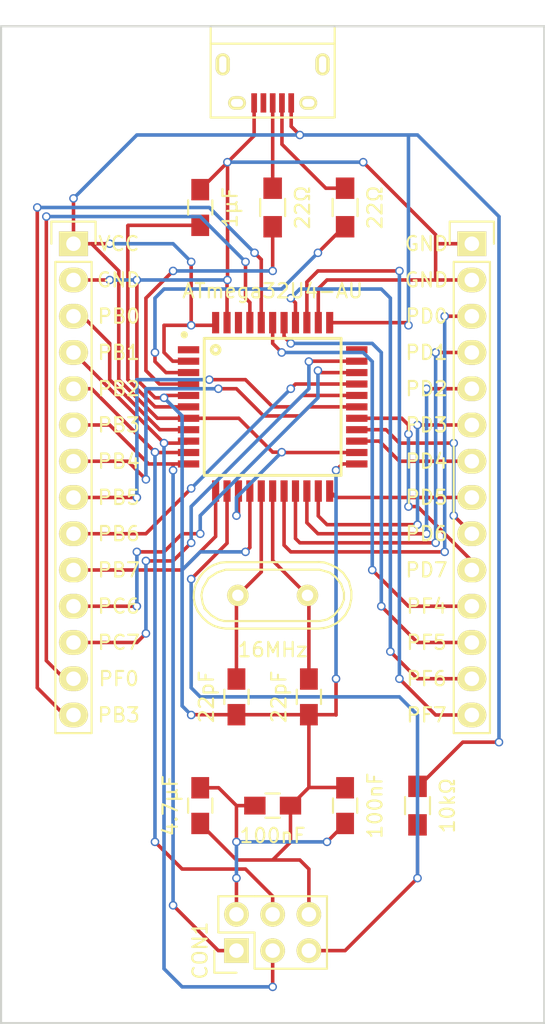
<source format=kicad_pcb>
(kicad_pcb (version 4) (host pcbnew 4.0.4-stable)

  (general
    (links 67)
    (no_connects 3)
    (area 119.304999 78.664999 157.555001 148.665001)
    (thickness 1.6)
    (drawings 32)
    (tracks 379)
    (zones 0)
    (modules 15)
    (nets 41)
  )

  (page A4)
  (layers
    (0 F.Cu signal)
    (31 B.Cu signal)
    (32 B.Adhes user)
    (33 F.Adhes user)
    (34 B.Paste user hide)
    (35 F.Paste user)
    (36 B.SilkS user)
    (37 F.SilkS user)
    (38 B.Mask user)
    (39 F.Mask user)
    (40 Dwgs.User user hide)
    (41 Cmts.User user)
    (42 Eco1.User user)
    (43 Eco2.User user)
    (44 Edge.Cuts user)
    (45 Margin user)
    (46 B.CrtYd user)
    (47 F.CrtYd user)
    (48 B.Fab user)
    (49 F.Fab user)
  )

  (setup
    (last_trace_width 0.1524)
    (trace_clearance 0.1524)
    (zone_clearance 0.508)
    (zone_45_only no)
    (trace_min 0.1524)
    (segment_width 0.2)
    (edge_width 0.15)
    (via_size 0.6858)
    (via_drill 0.3302)
    (via_min_size 0.6858)
    (via_min_drill 0.3302)
    (uvia_size 0.762)
    (uvia_drill 0.508)
    (uvias_allowed no)
    (uvia_min_size 0)
    (uvia_min_drill 0)
    (pcb_text_width 0.3)
    (pcb_text_size 1.5 1.5)
    (mod_edge_width 0.15)
    (mod_text_size 1 1)
    (mod_text_width 0.15)
    (pad_size 1.524 1.524)
    (pad_drill 0.762)
    (pad_to_mask_clearance 0.2)
    (aux_axis_origin 0 0)
    (visible_elements 7FFFFFFF)
    (pcbplotparams
      (layerselection 0x00030_80000001)
      (usegerberextensions false)
      (excludeedgelayer true)
      (linewidth 0.100000)
      (plotframeref false)
      (viasonmask false)
      (mode 1)
      (useauxorigin false)
      (hpglpennumber 1)
      (hpglpenspeed 20)
      (hpglpendiameter 15)
      (hpglpenoverlay 2)
      (psnegative false)
      (psa4output false)
      (plotreference true)
      (plotvalue true)
      (plotinvisibletext false)
      (padsonsilk false)
      (subtractmaskfromsilk false)
      (outputformat 1)
      (mirror false)
      (drillshape 1)
      (scaleselection 1)
      (outputdirectory ""))
  )

  (net 0 "")
  (net 1 +5V)
  (net 2 GND)
  (net 3 "Net-(C4-Pad1)")
  (net 4 /XTAL1)
  (net 5 /XTAL2)
  (net 6 /ISP_RESET)
  (net 7 /PB0)
  (net 8 /ISP_SCK/PB1)
  (net 9 /ISP_MOSI/PB2)
  (net 10 /ISP_MISO/PB3)
  (net 11 /PB4)
  (net 12 /PB5)
  (net 13 /PB6)
  (net 14 /PB7)
  (net 15 /PC6)
  (net 16 /PC7)
  (net 17 /PF0)
  (net 18 /PF1)
  (net 19 /PD0)
  (net 20 /PD1)
  (net 21 /PD2)
  (net 22 /PD3)
  (net 23 /PD4)
  (net 24 /PD5)
  (net 25 /PD6)
  (net 26 /PD7)
  (net 27 /PF4)
  (net 28 /PF5)
  (net 29 /PF6)
  (net 30 /PF7)
  (net 31 "Net-(P3-Pad2)")
  (net 32 "Net-(P3-Pad3)")
  (net 33 "Net-(P3-Pad4)")
  (net 34 "Net-(P3-Pad6)")
  (net 35 "Net-(R1-Pad1)")
  (net 36 "Net-(R2-Pad1)")
  (net 37 /PE6)
  (net 38 /PE2)
  (net 39 "Net-(U1-Pad42)")
  (net 40 /VCC)

  (net_class Default "This is the default net class."
    (clearance 0.1524)
    (trace_width 0.1524)
    (via_dia 0.6858)
    (via_drill 0.3302)
    (uvia_dia 0.762)
    (uvia_drill 0.508)
    (add_net +5V)
    (add_net /ISP_MISO/PB3)
    (add_net /ISP_MOSI/PB2)
    (add_net /ISP_RESET)
    (add_net /ISP_SCK/PB1)
    (add_net /PB0)
    (add_net /PB4)
    (add_net /PB5)
    (add_net /PB6)
    (add_net /PB7)
    (add_net /PC6)
    (add_net /PC7)
    (add_net /PD0)
    (add_net /PD1)
    (add_net /PD2)
    (add_net /PD3)
    (add_net /PD4)
    (add_net /PD5)
    (add_net /PD6)
    (add_net /PD7)
    (add_net /PE2)
    (add_net /PE6)
    (add_net /PF0)
    (add_net /PF1)
    (add_net /PF4)
    (add_net /PF5)
    (add_net /PF6)
    (add_net /PF7)
    (add_net /VCC)
    (add_net /XTAL1)
    (add_net /XTAL2)
    (add_net GND)
    (add_net "Net-(C4-Pad1)")
    (add_net "Net-(P3-Pad2)")
    (add_net "Net-(P3-Pad3)")
    (add_net "Net-(P3-Pad4)")
    (add_net "Net-(P3-Pad6)")
    (add_net "Net-(R1-Pad1)")
    (add_net "Net-(R2-Pad1)")
    (add_net "Net-(U1-Pad42)")
  )

  (module Connect:USB_Micro-B (layer F.Cu) (tedit 57E506A4) (tstamp 57E25F69)
    (at 138.43 82.55 180)
    (descr "Micro USB Type B Receptacle")
    (tags "USB USB_B USB_micro USB_OTG")
    (path /57DFD4D9)
    (attr smd)
    (fp_text reference P3 (at 0 -3.45 180) (layer F.SilkS) hide
      (effects (font (size 1 1) (thickness 0.15)))
    )
    (fp_text value USB_OTG (at 0 4.8 180) (layer F.Fab)
      (effects (font (size 1 1) (thickness 0.15)))
    )
    (fp_line (start -4.6 -2.8) (end 4.6 -2.8) (layer F.CrtYd) (width 0.05))
    (fp_line (start 4.6 -2.8) (end 4.6 4.05) (layer F.CrtYd) (width 0.05))
    (fp_line (start 4.6 4.05) (end -4.6 4.05) (layer F.CrtYd) (width 0.05))
    (fp_line (start -4.6 4.05) (end -4.6 -2.8) (layer F.CrtYd) (width 0.05))
    (fp_line (start -4.3509 3.81746) (end 4.3491 3.81746) (layer F.SilkS) (width 0.15))
    (fp_line (start -4.3509 -2.58754) (end 4.3491 -2.58754) (layer F.SilkS) (width 0.15))
    (fp_line (start 4.3491 -2.58754) (end 4.3491 3.81746) (layer F.SilkS) (width 0.15))
    (fp_line (start 4.3491 2.58746) (end -4.3509 2.58746) (layer F.SilkS) (width 0.15))
    (fp_line (start -4.3509 3.81746) (end -4.3509 -2.58754) (layer F.SilkS) (width 0.15))
    (pad 1 smd rect (at -1.3009 -1.56254 270) (size 1.35 0.4) (layers F.Cu F.Paste F.Mask)
      (net 40 /VCC))
    (pad 2 smd rect (at -0.6509 -1.56254 270) (size 1.35 0.4) (layers F.Cu F.Paste F.Mask)
      (net 31 "Net-(P3-Pad2)"))
    (pad 3 smd rect (at -0.0009 -1.56254 270) (size 1.35 0.4) (layers F.Cu F.Paste F.Mask)
      (net 32 "Net-(P3-Pad3)"))
    (pad 4 smd rect (at 0.6491 -1.56254 270) (size 1.35 0.4) (layers F.Cu F.Paste F.Mask)
      (net 33 "Net-(P3-Pad4)"))
    (pad 5 smd rect (at 1.2991 -1.56254 270) (size 1.35 0.4) (layers F.Cu F.Paste F.Mask)
      (net 2 GND))
    (pad 6 thru_hole oval (at -2.5009 -1.56254 270) (size 0.95 1.25) (drill oval 0.55 0.85) (layers *.Cu *.Mask F.SilkS)
      (net 34 "Net-(P3-Pad6)"))
    (pad 6 thru_hole oval (at 2.4991 -1.56254 270) (size 0.95 1.25) (drill oval 0.55 0.85) (layers *.Cu *.Mask F.SilkS)
      (net 34 "Net-(P3-Pad6)"))
    (pad 6 thru_hole oval (at -3.5009 1.13746 270) (size 1.55 1) (drill oval 1.15 0.5) (layers *.Cu *.Mask F.SilkS)
      (net 34 "Net-(P3-Pad6)"))
    (pad 6 thru_hole oval (at 3.4991 1.13746 270) (size 1.55 1) (drill oval 1.15 0.5) (layers *.Cu *.Mask F.SilkS)
      (net 34 "Net-(P3-Pad6)"))
  )

  (module Capacitors_SMD:C_0805_HandSoldering (layer F.Cu) (tedit 57E26391) (tstamp 57E25F10)
    (at 143.51 133.35 90)
    (descr "Capacitor SMD 0805, hand soldering")
    (tags "capacitor 0805")
    (path /57DFDE71)
    (attr smd)
    (fp_text reference C1 (at 0 -2.1 90) (layer F.SilkS) hide
      (effects (font (size 1 1) (thickness 0.15)))
    )
    (fp_text value 100nF (at 0 2.1 90) (layer F.SilkS)
      (effects (font (size 1 1) (thickness 0.15)))
    )
    (fp_line (start -2.3 -1) (end 2.3 -1) (layer F.CrtYd) (width 0.05))
    (fp_line (start -2.3 1) (end 2.3 1) (layer F.CrtYd) (width 0.05))
    (fp_line (start -2.3 -1) (end -2.3 1) (layer F.CrtYd) (width 0.05))
    (fp_line (start 2.3 -1) (end 2.3 1) (layer F.CrtYd) (width 0.05))
    (fp_line (start 0.5 -0.85) (end -0.5 -0.85) (layer F.SilkS) (width 0.15))
    (fp_line (start -0.5 0.85) (end 0.5 0.85) (layer F.SilkS) (width 0.15))
    (pad 1 smd rect (at -1.25 0 90) (size 1.5 1.25) (layers F.Cu F.Paste F.Mask)
      (net 1 +5V))
    (pad 2 smd rect (at 1.25 0 90) (size 1.5 1.25) (layers F.Cu F.Paste F.Mask)
      (net 2 GND))
    (model Capacitors_SMD.3dshapes/C_0805_HandSoldering.wrl
      (at (xyz 0 0 0))
      (scale (xyz 1 1 1))
      (rotate (xyz 0 0 0))
    )
  )

  (module Capacitors_SMD:C_0805_HandSoldering (layer F.Cu) (tedit 57E2638D) (tstamp 57E25F16)
    (at 138.43 133.35)
    (descr "Capacitor SMD 0805, hand soldering")
    (tags "capacitor 0805")
    (path /57DFDEAB)
    (attr smd)
    (fp_text reference C2 (at 0 -2.1) (layer F.SilkS) hide
      (effects (font (size 1 1) (thickness 0.15)))
    )
    (fp_text value 100nF (at 0 2.1) (layer F.SilkS)
      (effects (font (size 1 1) (thickness 0.15)))
    )
    (fp_line (start -2.3 -1) (end 2.3 -1) (layer F.CrtYd) (width 0.05))
    (fp_line (start -2.3 1) (end 2.3 1) (layer F.CrtYd) (width 0.05))
    (fp_line (start -2.3 -1) (end -2.3 1) (layer F.CrtYd) (width 0.05))
    (fp_line (start 2.3 -1) (end 2.3 1) (layer F.CrtYd) (width 0.05))
    (fp_line (start 0.5 -0.85) (end -0.5 -0.85) (layer F.SilkS) (width 0.15))
    (fp_line (start -0.5 0.85) (end 0.5 0.85) (layer F.SilkS) (width 0.15))
    (pad 1 smd rect (at -1.25 0) (size 1.5 1.25) (layers F.Cu F.Paste F.Mask)
      (net 1 +5V))
    (pad 2 smd rect (at 1.25 0) (size 1.5 1.25) (layers F.Cu F.Paste F.Mask)
      (net 2 GND))
    (model Capacitors_SMD.3dshapes/C_0805_HandSoldering.wrl
      (at (xyz 0 0 0))
      (scale (xyz 1 1 1))
      (rotate (xyz 0 0 0))
    )
  )

  (module Capacitors_SMD:C_0805_HandSoldering (layer F.Cu) (tedit 57E26389) (tstamp 57E25F1C)
    (at 133.35 133.35 270)
    (descr "Capacitor SMD 0805, hand soldering")
    (tags "capacitor 0805")
    (path /57DFDEDD)
    (attr smd)
    (fp_text reference C3 (at 0 -2.1 270) (layer F.SilkS) hide
      (effects (font (size 1 1) (thickness 0.15)))
    )
    (fp_text value 4.7µF (at 0 2.1 270) (layer F.SilkS)
      (effects (font (size 1 1) (thickness 0.15)))
    )
    (fp_line (start -2.3 -1) (end 2.3 -1) (layer F.CrtYd) (width 0.05))
    (fp_line (start -2.3 1) (end 2.3 1) (layer F.CrtYd) (width 0.05))
    (fp_line (start -2.3 -1) (end -2.3 1) (layer F.CrtYd) (width 0.05))
    (fp_line (start 2.3 -1) (end 2.3 1) (layer F.CrtYd) (width 0.05))
    (fp_line (start 0.5 -0.85) (end -0.5 -0.85) (layer F.SilkS) (width 0.15))
    (fp_line (start -0.5 0.85) (end 0.5 0.85) (layer F.SilkS) (width 0.15))
    (pad 1 smd rect (at -1.25 0 270) (size 1.5 1.25) (layers F.Cu F.Paste F.Mask)
      (net 1 +5V))
    (pad 2 smd rect (at 1.25 0 270) (size 1.5 1.25) (layers F.Cu F.Paste F.Mask)
      (net 2 GND))
    (model Capacitors_SMD.3dshapes/C_0805_HandSoldering.wrl
      (at (xyz 0 0 0))
      (scale (xyz 1 1 1))
      (rotate (xyz 0 0 0))
    )
  )

  (module Capacitors_SMD:C_0805_HandSoldering (layer F.Cu) (tedit 57E26F15) (tstamp 57E25F22)
    (at 133.35 91.44 90)
    (descr "Capacitor SMD 0805, hand soldering")
    (tags "capacitor 0805")
    (path /57DFDC8C)
    (attr smd)
    (fp_text reference C4 (at 0 -2.1 90) (layer F.SilkS) hide
      (effects (font (size 1 1) (thickness 0.15)))
    )
    (fp_text value 1µF (at 0 2.1 90) (layer F.SilkS)
      (effects (font (size 1 1) (thickness 0.15)))
    )
    (fp_line (start -2.3 -1) (end 2.3 -1) (layer F.CrtYd) (width 0.05))
    (fp_line (start -2.3 1) (end 2.3 1) (layer F.CrtYd) (width 0.05))
    (fp_line (start -2.3 -1) (end -2.3 1) (layer F.CrtYd) (width 0.05))
    (fp_line (start 2.3 -1) (end 2.3 1) (layer F.CrtYd) (width 0.05))
    (fp_line (start 0.5 -0.85) (end -0.5 -0.85) (layer F.SilkS) (width 0.15))
    (fp_line (start -0.5 0.85) (end 0.5 0.85) (layer F.SilkS) (width 0.15))
    (pad 1 smd rect (at -1.25 0 90) (size 1.5 1.25) (layers F.Cu F.Paste F.Mask)
      (net 3 "Net-(C4-Pad1)"))
    (pad 2 smd rect (at 1.25 0 90) (size 1.5 1.25) (layers F.Cu F.Paste F.Mask)
      (net 2 GND))
    (model Capacitors_SMD.3dshapes/C_0805_HandSoldering.wrl
      (at (xyz 0 0 0))
      (scale (xyz 1 1 1))
      (rotate (xyz 0 0 0))
    )
  )

  (module Capacitors_SMD:C_0805_HandSoldering (layer F.Cu) (tedit 57E26DA5) (tstamp 57E25F28)
    (at 140.97 125.73 270)
    (descr "Capacitor SMD 0805, hand soldering")
    (tags "capacitor 0805")
    (path /57DFEAA1)
    (attr smd)
    (fp_text reference C5 (at 0 -2.1 270) (layer F.SilkS) hide
      (effects (font (size 1 1) (thickness 0.15)))
    )
    (fp_text value 22pF (at 0 2.1 270) (layer F.SilkS)
      (effects (font (size 1 1) (thickness 0.15)))
    )
    (fp_line (start -2.3 -1) (end 2.3 -1) (layer F.CrtYd) (width 0.05))
    (fp_line (start -2.3 1) (end 2.3 1) (layer F.CrtYd) (width 0.05))
    (fp_line (start -2.3 -1) (end -2.3 1) (layer F.CrtYd) (width 0.05))
    (fp_line (start 2.3 -1) (end 2.3 1) (layer F.CrtYd) (width 0.05))
    (fp_line (start 0.5 -0.85) (end -0.5 -0.85) (layer F.SilkS) (width 0.15))
    (fp_line (start -0.5 0.85) (end 0.5 0.85) (layer F.SilkS) (width 0.15))
    (pad 1 smd rect (at -1.25 0 270) (size 1.5 1.25) (layers F.Cu F.Paste F.Mask)
      (net 4 /XTAL1))
    (pad 2 smd rect (at 1.25 0 270) (size 1.5 1.25) (layers F.Cu F.Paste F.Mask)
      (net 2 GND))
    (model Capacitors_SMD.3dshapes/C_0805_HandSoldering.wrl
      (at (xyz 0 0 0))
      (scale (xyz 1 1 1))
      (rotate (xyz 0 0 0))
    )
  )

  (module Capacitors_SMD:C_0805_HandSoldering (layer F.Cu) (tedit 57E26DA9) (tstamp 57E25F2E)
    (at 135.89 125.73 270)
    (descr "Capacitor SMD 0805, hand soldering")
    (tags "capacitor 0805")
    (path /57DFEA65)
    (attr smd)
    (fp_text reference C6 (at 0 -2.1 270) (layer F.SilkS) hide
      (effects (font (size 1 1) (thickness 0.15)))
    )
    (fp_text value 22pF (at 0 2.1 270) (layer F.SilkS)
      (effects (font (size 1 1) (thickness 0.15)))
    )
    (fp_line (start -2.3 -1) (end 2.3 -1) (layer F.CrtYd) (width 0.05))
    (fp_line (start -2.3 1) (end 2.3 1) (layer F.CrtYd) (width 0.05))
    (fp_line (start -2.3 -1) (end -2.3 1) (layer F.CrtYd) (width 0.05))
    (fp_line (start 2.3 -1) (end 2.3 1) (layer F.CrtYd) (width 0.05))
    (fp_line (start 0.5 -0.85) (end -0.5 -0.85) (layer F.SilkS) (width 0.15))
    (fp_line (start -0.5 0.85) (end 0.5 0.85) (layer F.SilkS) (width 0.15))
    (pad 1 smd rect (at -1.25 0 270) (size 1.5 1.25) (layers F.Cu F.Paste F.Mask)
      (net 5 /XTAL2))
    (pad 2 smd rect (at 1.25 0 270) (size 1.5 1.25) (layers F.Cu F.Paste F.Mask)
      (net 2 GND))
    (model Capacitors_SMD.3dshapes/C_0805_HandSoldering.wrl
      (at (xyz 0 0 0))
      (scale (xyz 1 1 1))
      (rotate (xyz 0 0 0))
    )
  )

  (module Pin_Headers:Pin_Header_Straight_2x03 (layer F.Cu) (tedit 57E26BD3) (tstamp 57E25F38)
    (at 135.89 143.51 90)
    (descr "Through hole pin header")
    (tags "pin header")
    (path /57DFEB83)
    (fp_text reference CON1 (at 0 -2.55 90) (layer F.SilkS)
      (effects (font (size 1 1) (thickness 0.15)))
    )
    (fp_text value ISP (at 0 -3.1 90) (layer F.Fab) hide
      (effects (font (size 1 1) (thickness 0.15)))
    )
    (fp_line (start -1.27 1.27) (end -1.27 6.35) (layer F.SilkS) (width 0.15))
    (fp_line (start -1.55 -1.55) (end 0 -1.55) (layer F.SilkS) (width 0.15))
    (fp_line (start -1.75 -1.75) (end -1.75 6.85) (layer F.CrtYd) (width 0.05))
    (fp_line (start 4.3 -1.75) (end 4.3 6.85) (layer F.CrtYd) (width 0.05))
    (fp_line (start -1.75 -1.75) (end 4.3 -1.75) (layer F.CrtYd) (width 0.05))
    (fp_line (start -1.75 6.85) (end 4.3 6.85) (layer F.CrtYd) (width 0.05))
    (fp_line (start 1.27 -1.27) (end 1.27 1.27) (layer F.SilkS) (width 0.15))
    (fp_line (start 1.27 1.27) (end -1.27 1.27) (layer F.SilkS) (width 0.15))
    (fp_line (start -1.27 6.35) (end 3.81 6.35) (layer F.SilkS) (width 0.15))
    (fp_line (start 3.81 6.35) (end 3.81 1.27) (layer F.SilkS) (width 0.15))
    (fp_line (start -1.55 -1.55) (end -1.55 0) (layer F.SilkS) (width 0.15))
    (fp_line (start 3.81 -1.27) (end 1.27 -1.27) (layer F.SilkS) (width 0.15))
    (fp_line (start 3.81 1.27) (end 3.81 -1.27) (layer F.SilkS) (width 0.15))
    (pad 1 thru_hole rect (at 0 0 90) (size 1.7272 1.7272) (drill 1.016) (layers *.Cu *.Mask F.SilkS)
      (net 10 /ISP_MISO/PB3))
    (pad 2 thru_hole oval (at 2.54 0 90) (size 1.7272 1.7272) (drill 1.016) (layers *.Cu *.Mask F.SilkS)
      (net 1 +5V))
    (pad 3 thru_hole oval (at 0 2.54 90) (size 1.7272 1.7272) (drill 1.016) (layers *.Cu *.Mask F.SilkS)
      (net 8 /ISP_SCK/PB1))
    (pad 4 thru_hole oval (at 2.54 2.54 90) (size 1.7272 1.7272) (drill 1.016) (layers *.Cu *.Mask F.SilkS)
      (net 9 /ISP_MOSI/PB2))
    (pad 5 thru_hole oval (at 0 5.08 90) (size 1.7272 1.7272) (drill 1.016) (layers *.Cu *.Mask F.SilkS)
      (net 6 /ISP_RESET))
    (pad 6 thru_hole oval (at 2.54 5.08 90) (size 1.7272 1.7272) (drill 1.016) (layers *.Cu *.Mask F.SilkS)
      (net 2 GND))
    (model Pin_Headers.3dshapes/Pin_Header_Straight_2x03.wrl
      (at (xyz 0.05 -0.1 0))
      (scale (xyz 1 1 1))
      (rotate (xyz 0 0 90))
    )
  )

  (module Pin_Headers:Pin_Header_Straight_1x14 (layer F.Cu) (tedit 57E26FA2) (tstamp 57E25F4A)
    (at 124.46 93.98)
    (descr "Through hole pin header")
    (tags "pin header")
    (path /57E25A4F)
    (fp_text reference P1 (at 0 -5.1) (layer F.SilkS) hide
      (effects (font (size 1 1) (thickness 0.15)))
    )
    (fp_text value CONN_01X14 (at 0 -3.1) (layer F.Fab) hide
      (effects (font (size 1 1) (thickness 0.15)))
    )
    (fp_line (start -1.75 -1.75) (end -1.75 34.8) (layer F.CrtYd) (width 0.05))
    (fp_line (start 1.75 -1.75) (end 1.75 34.8) (layer F.CrtYd) (width 0.05))
    (fp_line (start -1.75 -1.75) (end 1.75 -1.75) (layer F.CrtYd) (width 0.05))
    (fp_line (start -1.75 34.8) (end 1.75 34.8) (layer F.CrtYd) (width 0.05))
    (fp_line (start -1.27 1.27) (end -1.27 34.29) (layer F.SilkS) (width 0.15))
    (fp_line (start -1.27 34.29) (end 1.27 34.29) (layer F.SilkS) (width 0.15))
    (fp_line (start 1.27 34.29) (end 1.27 1.27) (layer F.SilkS) (width 0.15))
    (fp_line (start 1.55 -1.55) (end 1.55 0) (layer F.SilkS) (width 0.15))
    (fp_line (start 1.27 1.27) (end -1.27 1.27) (layer F.SilkS) (width 0.15))
    (fp_line (start -1.55 0) (end -1.55 -1.55) (layer F.SilkS) (width 0.15))
    (fp_line (start -1.55 -1.55) (end 1.55 -1.55) (layer F.SilkS) (width 0.15))
    (pad 1 thru_hole rect (at 0 0) (size 2.032 1.7272) (drill 1.016) (layers *.Cu *.Mask F.SilkS)
      (net 40 /VCC))
    (pad 2 thru_hole oval (at 0 2.54) (size 2.032 1.7272) (drill 1.016) (layers *.Cu *.Mask F.SilkS)
      (net 2 GND))
    (pad 3 thru_hole oval (at 0 5.08) (size 2.032 1.7272) (drill 1.016) (layers *.Cu *.Mask F.SilkS)
      (net 7 /PB0))
    (pad 4 thru_hole oval (at 0 7.62) (size 2.032 1.7272) (drill 1.016) (layers *.Cu *.Mask F.SilkS)
      (net 8 /ISP_SCK/PB1))
    (pad 5 thru_hole oval (at 0 10.16) (size 2.032 1.7272) (drill 1.016) (layers *.Cu *.Mask F.SilkS)
      (net 9 /ISP_MOSI/PB2))
    (pad 6 thru_hole oval (at 0 12.7) (size 2.032 1.7272) (drill 1.016) (layers *.Cu *.Mask F.SilkS)
      (net 10 /ISP_MISO/PB3))
    (pad 7 thru_hole oval (at 0 15.24) (size 2.032 1.7272) (drill 1.016) (layers *.Cu *.Mask F.SilkS)
      (net 11 /PB4))
    (pad 8 thru_hole oval (at 0 17.78) (size 2.032 1.7272) (drill 1.016) (layers *.Cu *.Mask F.SilkS)
      (net 12 /PB5))
    (pad 9 thru_hole oval (at 0 20.32) (size 2.032 1.7272) (drill 1.016) (layers *.Cu *.Mask F.SilkS)
      (net 13 /PB6))
    (pad 10 thru_hole oval (at 0 22.86) (size 2.032 1.7272) (drill 1.016) (layers *.Cu *.Mask F.SilkS)
      (net 14 /PB7))
    (pad 11 thru_hole oval (at 0 25.4) (size 2.032 1.7272) (drill 1.016) (layers *.Cu *.Mask F.SilkS)
      (net 15 /PC6))
    (pad 12 thru_hole oval (at 0 27.94) (size 2.032 1.7272) (drill 1.016) (layers *.Cu *.Mask F.SilkS)
      (net 16 /PC7))
    (pad 13 thru_hole oval (at 0 30.48) (size 2.032 1.7272) (drill 1.016) (layers *.Cu *.Mask F.SilkS)
      (net 17 /PF0))
    (pad 14 thru_hole oval (at 0 33.02) (size 2.032 1.7272) (drill 1.016) (layers *.Cu *.Mask F.SilkS)
      (net 18 /PF1))
    (model Pin_Headers.3dshapes/Pin_Header_Straight_1x14.wrl
      (at (xyz 0 -0.65 0))
      (scale (xyz 1 1 1))
      (rotate (xyz 0 0 90))
    )
  )

  (module Pin_Headers:Pin_Header_Straight_1x14 (layer F.Cu) (tedit 57E26F9E) (tstamp 57E25F5C)
    (at 152.4 93.98)
    (descr "Through hole pin header")
    (tags "pin header")
    (path /57E25AA2)
    (fp_text reference P2 (at 0 -5.1 90) (layer F.SilkS) hide
      (effects (font (size 1 1) (thickness 0.15)))
    )
    (fp_text value CONN_01X14 (at 0 -3.1) (layer F.Fab) hide
      (effects (font (size 1 1) (thickness 0.15)))
    )
    (fp_line (start -1.75 -1.75) (end -1.75 34.8) (layer F.CrtYd) (width 0.05))
    (fp_line (start 1.75 -1.75) (end 1.75 34.8) (layer F.CrtYd) (width 0.05))
    (fp_line (start -1.75 -1.75) (end 1.75 -1.75) (layer F.CrtYd) (width 0.05))
    (fp_line (start -1.75 34.8) (end 1.75 34.8) (layer F.CrtYd) (width 0.05))
    (fp_line (start -1.27 1.27) (end -1.27 34.29) (layer F.SilkS) (width 0.15))
    (fp_line (start -1.27 34.29) (end 1.27 34.29) (layer F.SilkS) (width 0.15))
    (fp_line (start 1.27 34.29) (end 1.27 1.27) (layer F.SilkS) (width 0.15))
    (fp_line (start 1.55 -1.55) (end 1.55 0) (layer F.SilkS) (width 0.15))
    (fp_line (start 1.27 1.27) (end -1.27 1.27) (layer F.SilkS) (width 0.15))
    (fp_line (start -1.55 0) (end -1.55 -1.55) (layer F.SilkS) (width 0.15))
    (fp_line (start -1.55 -1.55) (end 1.55 -1.55) (layer F.SilkS) (width 0.15))
    (pad 1 thru_hole rect (at 0 0) (size 2.032 1.7272) (drill 1.016) (layers *.Cu *.Mask F.SilkS)
      (net 2 GND))
    (pad 2 thru_hole oval (at 0 2.54) (size 2.032 1.7272) (drill 1.016) (layers *.Cu *.Mask F.SilkS)
      (net 2 GND))
    (pad 3 thru_hole oval (at 0 5.08) (size 2.032 1.7272) (drill 1.016) (layers *.Cu *.Mask F.SilkS)
      (net 19 /PD0))
    (pad 4 thru_hole oval (at 0 7.62) (size 2.032 1.7272) (drill 1.016) (layers *.Cu *.Mask F.SilkS)
      (net 20 /PD1))
    (pad 5 thru_hole oval (at 0 10.16) (size 2.032 1.7272) (drill 1.016) (layers *.Cu *.Mask F.SilkS)
      (net 21 /PD2))
    (pad 6 thru_hole oval (at 0 12.7) (size 2.032 1.7272) (drill 1.016) (layers *.Cu *.Mask F.SilkS)
      (net 22 /PD3))
    (pad 7 thru_hole oval (at 0 15.24) (size 2.032 1.7272) (drill 1.016) (layers *.Cu *.Mask F.SilkS)
      (net 23 /PD4))
    (pad 8 thru_hole oval (at 0 17.78) (size 2.032 1.7272) (drill 1.016) (layers *.Cu *.Mask F.SilkS)
      (net 24 /PD5))
    (pad 9 thru_hole oval (at 0 20.32) (size 2.032 1.7272) (drill 1.016) (layers *.Cu *.Mask F.SilkS)
      (net 25 /PD6))
    (pad 10 thru_hole oval (at 0 22.86) (size 2.032 1.7272) (drill 1.016) (layers *.Cu *.Mask F.SilkS)
      (net 26 /PD7))
    (pad 11 thru_hole oval (at 0 25.4) (size 2.032 1.7272) (drill 1.016) (layers *.Cu *.Mask F.SilkS)
      (net 27 /PF4))
    (pad 12 thru_hole oval (at 0 27.94) (size 2.032 1.7272) (drill 1.016) (layers *.Cu *.Mask F.SilkS)
      (net 28 /PF5))
    (pad 13 thru_hole oval (at 0 30.48) (size 2.032 1.7272) (drill 1.016) (layers *.Cu *.Mask F.SilkS)
      (net 29 /PF6))
    (pad 14 thru_hole oval (at 0 33.02) (size 2.032 1.7272) (drill 1.016) (layers *.Cu *.Mask F.SilkS)
      (net 30 /PF7))
    (model Pin_Headers.3dshapes/Pin_Header_Straight_1x14.wrl
      (at (xyz 0 -0.65 0))
      (scale (xyz 1 1 1))
      (rotate (xyz 0 0 90))
    )
  )

  (module Resistors_SMD:R_0805_HandSoldering (layer F.Cu) (tedit 57E26F24) (tstamp 57E25F6F)
    (at 138.43 91.44 90)
    (descr "Resistor SMD 0805, hand soldering")
    (tags "resistor 0805")
    (path /57DFD62D)
    (attr smd)
    (fp_text reference R1 (at 0 -2.1 90) (layer F.SilkS) hide
      (effects (font (size 1 1) (thickness 0.15)))
    )
    (fp_text value 22Ω (at 0 2.1 90) (layer F.SilkS)
      (effects (font (size 1 1) (thickness 0.15)))
    )
    (fp_line (start -2.4 -1) (end 2.4 -1) (layer F.CrtYd) (width 0.05))
    (fp_line (start -2.4 1) (end 2.4 1) (layer F.CrtYd) (width 0.05))
    (fp_line (start -2.4 -1) (end -2.4 1) (layer F.CrtYd) (width 0.05))
    (fp_line (start 2.4 -1) (end 2.4 1) (layer F.CrtYd) (width 0.05))
    (fp_line (start 0.6 0.875) (end -0.6 0.875) (layer F.SilkS) (width 0.15))
    (fp_line (start -0.6 -0.875) (end 0.6 -0.875) (layer F.SilkS) (width 0.15))
    (pad 1 smd rect (at -1.35 0 90) (size 1.5 1.3) (layers F.Cu F.Paste F.Mask)
      (net 35 "Net-(R1-Pad1)"))
    (pad 2 smd rect (at 1.35 0 90) (size 1.5 1.3) (layers F.Cu F.Paste F.Mask)
      (net 32 "Net-(P3-Pad3)"))
    (model Resistors_SMD.3dshapes/R_0805_HandSoldering.wrl
      (at (xyz 0 0 0))
      (scale (xyz 1 1 1))
      (rotate (xyz 0 0 0))
    )
  )

  (module Resistors_SMD:R_0805_HandSoldering (layer F.Cu) (tedit 57E26F21) (tstamp 57E25F75)
    (at 143.51 91.44 90)
    (descr "Resistor SMD 0805, hand soldering")
    (tags "resistor 0805")
    (path /57DFD608)
    (attr smd)
    (fp_text reference R2 (at 0 -2.1 90) (layer F.SilkS) hide
      (effects (font (size 1 1) (thickness 0.15)))
    )
    (fp_text value 22Ω (at 0 2.1 90) (layer F.SilkS)
      (effects (font (size 1 1) (thickness 0.15)))
    )
    (fp_line (start -2.4 -1) (end 2.4 -1) (layer F.CrtYd) (width 0.05))
    (fp_line (start -2.4 1) (end 2.4 1) (layer F.CrtYd) (width 0.05))
    (fp_line (start -2.4 -1) (end -2.4 1) (layer F.CrtYd) (width 0.05))
    (fp_line (start 2.4 -1) (end 2.4 1) (layer F.CrtYd) (width 0.05))
    (fp_line (start 0.6 0.875) (end -0.6 0.875) (layer F.SilkS) (width 0.15))
    (fp_line (start -0.6 -0.875) (end 0.6 -0.875) (layer F.SilkS) (width 0.15))
    (pad 1 smd rect (at -1.35 0 90) (size 1.5 1.3) (layers F.Cu F.Paste F.Mask)
      (net 36 "Net-(R2-Pad1)"))
    (pad 2 smd rect (at 1.35 0 90) (size 1.5 1.3) (layers F.Cu F.Paste F.Mask)
      (net 31 "Net-(P3-Pad2)"))
    (model Resistors_SMD.3dshapes/R_0805_HandSoldering.wrl
      (at (xyz 0 0 0))
      (scale (xyz 1 1 1))
      (rotate (xyz 0 0 0))
    )
  )

  (module Resistors_SMD:R_0805_HandSoldering (layer F.Cu) (tedit 57E2684B) (tstamp 57E25F7B)
    (at 148.59 133.35 270)
    (descr "Resistor SMD 0805, hand soldering")
    (tags "resistor 0805")
    (path /57DFE3A0)
    (attr smd)
    (fp_text reference R3 (at 0 -2.1 270) (layer F.SilkS) hide
      (effects (font (size 1 1) (thickness 0.15)))
    )
    (fp_text value 10kΩ (at 0 -2.1 270) (layer F.SilkS)
      (effects (font (size 1 1) (thickness 0.15)))
    )
    (fp_line (start -2.4 -1) (end 2.4 -1) (layer F.CrtYd) (width 0.05))
    (fp_line (start -2.4 1) (end 2.4 1) (layer F.CrtYd) (width 0.05))
    (fp_line (start -2.4 -1) (end -2.4 1) (layer F.CrtYd) (width 0.05))
    (fp_line (start 2.4 -1) (end 2.4 1) (layer F.CrtYd) (width 0.05))
    (fp_line (start 0.6 0.875) (end -0.6 0.875) (layer F.SilkS) (width 0.15))
    (fp_line (start -0.6 -0.875) (end 0.6 -0.875) (layer F.SilkS) (width 0.15))
    (pad 1 smd rect (at -1.35 0 270) (size 1.5 1.3) (layers F.Cu F.Paste F.Mask)
      (net 40 /VCC))
    (pad 2 smd rect (at 1.35 0 270) (size 1.5 1.3) (layers F.Cu F.Paste F.Mask)
      (net 6 /ISP_RESET))
    (model Resistors_SMD.3dshapes/R_0805_HandSoldering.wrl
      (at (xyz 0 0 0))
      (scale (xyz 1 1 1))
      (rotate (xyz 0 0 0))
    )
  )

  (module ATMEGA32U4-AU:QFP80P1200X1200X120-44N (layer F.Cu) (tedit 57EB095D) (tstamp 57E25FAB)
    (at 138.43 105.41)
    (path /57DFD482)
    (solder_mask_margin 0.1)
    (attr smd)
    (fp_text reference U1 (at -3.474 -8.014) (layer F.SilkS) hide
      (effects (font (size 1.4 1.4) (thickness 0.05)))
    )
    (fp_text value ATmega32U4-AU (at 0 -8.1261) (layer F.SilkS)
      (effects (font (size 1 1) (thickness 0.15)))
    )
    (fp_line (start -4.8 -4.8) (end 4.8 -4.8) (layer F.SilkS) (width 0.2032))
    (fp_line (start 4.8 -4.8) (end 4.8 4.8) (layer F.SilkS) (width 0.2032))
    (fp_line (start 4.8 4.8) (end -4.8 4.8) (layer F.SilkS) (width 0.2032))
    (fp_line (start -4.8 4.8) (end -4.8 -4.8) (layer F.SilkS) (width 0.2032))
    (fp_circle (center -4 -4) (end -3.7173 -4) (layer F.SilkS) (width 0.254))
    (fp_poly (pts (xy -6.1001 -4.1999) (xy -4.95 -4.1999) (xy -4.95 -3.8001) (xy -6.1001 -3.8001)) (layer Dwgs.User) (width 0.381))
    (fp_poly (pts (xy -6.1001 -3.4) (xy -4.95 -3.4) (xy -4.95 -3) (xy -6.1001 -3)) (layer Dwgs.User) (width 0.381))
    (fp_poly (pts (xy -6.1001 -2.5999) (xy -4.95 -2.5999) (xy -4.95 -2.1999) (xy -6.1001 -2.1999)) (layer Dwgs.User) (width 0.381))
    (fp_poly (pts (xy -6.1001 -1.8001) (xy -4.95 -1.8001) (xy -4.95 -1.4) (xy -6.1001 -1.4)) (layer Dwgs.User) (width 0.381))
    (fp_poly (pts (xy -6.1001 -1) (xy -4.95 -1) (xy -4.95 -0.5999) (xy -6.1001 -0.5999)) (layer Dwgs.User) (width 0.381))
    (fp_poly (pts (xy -6.1001 -0.1999) (xy -4.95 -0.1999) (xy -4.95 0.1999) (xy -6.1001 0.1999)) (layer Dwgs.User) (width 0.381))
    (fp_poly (pts (xy -6.1001 0.5999) (xy -4.95 0.5999) (xy -4.95 1) (xy -6.1001 1)) (layer Dwgs.User) (width 0.381))
    (fp_poly (pts (xy -6.1001 1.4) (xy -4.95 1.4) (xy -4.95 1.8001) (xy -6.1001 1.8001)) (layer Dwgs.User) (width 0.381))
    (fp_poly (pts (xy -6.1001 2.1999) (xy -4.95 2.1999) (xy -4.95 2.5999) (xy -6.1001 2.5999)) (layer Dwgs.User) (width 0.381))
    (fp_poly (pts (xy -6.1001 3) (xy -4.95 3) (xy -4.95 3.4) (xy -6.1001 3.4)) (layer Dwgs.User) (width 0.381))
    (fp_poly (pts (xy -6.1001 3.8001) (xy -4.95 3.8001) (xy -4.95 4.1999) (xy -6.1001 4.1999)) (layer Dwgs.User) (width 0.381))
    (fp_poly (pts (xy -4.1999 4.95) (xy -3.8001 4.95) (xy -3.8001 6.1001) (xy -4.1999 6.1001)) (layer Dwgs.User) (width 0.381))
    (fp_poly (pts (xy -3.4 4.95) (xy -3 4.95) (xy -3 6.1001) (xy -3.4 6.1001)) (layer Dwgs.User) (width 0.381))
    (fp_poly (pts (xy -2.5999 4.95) (xy -2.1999 4.95) (xy -2.1999 6.1001) (xy -2.5999 6.1001)) (layer Dwgs.User) (width 0.381))
    (fp_poly (pts (xy -1.8001 4.95) (xy -1.4 4.95) (xy -1.4 6.1001) (xy -1.8001 6.1001)) (layer Dwgs.User) (width 0.381))
    (fp_poly (pts (xy -1 4.95) (xy -0.5999 4.95) (xy -0.5999 6.1001) (xy -1 6.1001)) (layer Dwgs.User) (width 0.381))
    (fp_poly (pts (xy -0.1999 4.95) (xy 0.1999 4.95) (xy 0.1999 6.1001) (xy -0.1999 6.1001)) (layer Dwgs.User) (width 0.381))
    (fp_poly (pts (xy 0.5999 4.95) (xy 1 4.95) (xy 1 6.1001) (xy 0.5999 6.1001)) (layer Dwgs.User) (width 0.381))
    (fp_poly (pts (xy 1.4 4.95) (xy 1.8001 4.95) (xy 1.8001 6.1001) (xy 1.4 6.1001)) (layer Dwgs.User) (width 0.381))
    (fp_poly (pts (xy 2.1999 4.95) (xy 2.5999 4.95) (xy 2.5999 6.1001) (xy 2.1999 6.1001)) (layer Dwgs.User) (width 0.381))
    (fp_poly (pts (xy 3 4.95) (xy 3.4 4.95) (xy 3.4 6.1001) (xy 3 6.1001)) (layer Dwgs.User) (width 0.381))
    (fp_poly (pts (xy 3.8001 4.95) (xy 4.1999 4.95) (xy 4.1999 6.1001) (xy 3.8001 6.1001)) (layer Dwgs.User) (width 0.381))
    (fp_poly (pts (xy 4.95 3.8001) (xy 6.1001 3.8001) (xy 6.1001 4.1999) (xy 4.95 4.1999)) (layer Dwgs.User) (width 0.381))
    (fp_poly (pts (xy 4.95 3) (xy 6.1001 3) (xy 6.1001 3.4) (xy 4.95 3.4)) (layer Dwgs.User) (width 0.381))
    (fp_poly (pts (xy 4.95 2.1999) (xy 6.1001 2.1999) (xy 6.1001 2.5999) (xy 4.95 2.5999)) (layer Dwgs.User) (width 0.381))
    (fp_poly (pts (xy 4.95 1.4) (xy 6.1001 1.4) (xy 6.1001 1.8001) (xy 4.95 1.8001)) (layer Dwgs.User) (width 0.381))
    (fp_poly (pts (xy 4.95 0.5999) (xy 6.1001 0.5999) (xy 6.1001 1) (xy 4.95 1)) (layer Dwgs.User) (width 0.381))
    (fp_poly (pts (xy 4.95 -0.1999) (xy 6.1001 -0.1999) (xy 6.1001 0.1999) (xy 4.95 0.1999)) (layer Dwgs.User) (width 0.381))
    (fp_poly (pts (xy 4.95 -1) (xy 6.1001 -1) (xy 6.1001 -0.5999) (xy 4.95 -0.5999)) (layer Dwgs.User) (width 0.381))
    (fp_poly (pts (xy 4.95 -1.8001) (xy 6.1001 -1.8001) (xy 6.1001 -1.4) (xy 4.95 -1.4)) (layer Dwgs.User) (width 0.381))
    (fp_poly (pts (xy 4.95 -2.5999) (xy 6.1001 -2.5999) (xy 6.1001 -2.1999) (xy 4.95 -2.1999)) (layer Dwgs.User) (width 0.381))
    (fp_poly (pts (xy 4.95 -3.4) (xy 6.1001 -3.4) (xy 6.1001 -3) (xy 4.95 -3)) (layer Dwgs.User) (width 0.381))
    (fp_poly (pts (xy 4.95 -4.1999) (xy 6.1001 -4.1999) (xy 6.1001 -3.8001) (xy 4.95 -3.8001)) (layer Dwgs.User) (width 0.381))
    (fp_poly (pts (xy 3.8001 -6.1001) (xy 4.1999 -6.1001) (xy 4.1999 -4.95) (xy 3.8001 -4.95)) (layer Dwgs.User) (width 0.381))
    (fp_poly (pts (xy 3 -6.1001) (xy 3.4 -6.1001) (xy 3.4 -4.95) (xy 3 -4.95)) (layer Dwgs.User) (width 0.381))
    (fp_poly (pts (xy 2.1999 -6.1001) (xy 2.5999 -6.1001) (xy 2.5999 -4.95) (xy 2.1999 -4.95)) (layer Dwgs.User) (width 0.381))
    (fp_poly (pts (xy 1.4 -6.1001) (xy 1.8001 -6.1001) (xy 1.8001 -4.95) (xy 1.4 -4.95)) (layer Dwgs.User) (width 0.381))
    (fp_poly (pts (xy 0.5999 -6.1001) (xy 1 -6.1001) (xy 1 -4.95) (xy 0.5999 -4.95)) (layer Dwgs.User) (width 0.381))
    (fp_poly (pts (xy -0.1999 -6.1001) (xy 0.1999 -6.1001) (xy 0.1999 -4.95) (xy -0.1999 -4.95)) (layer Dwgs.User) (width 0.381))
    (fp_poly (pts (xy -1 -6.1001) (xy -0.5999 -6.1001) (xy -0.5999 -4.95) (xy -1 -4.95)) (layer Dwgs.User) (width 0.381))
    (fp_poly (pts (xy -1.8001 -6.1001) (xy -1.4 -6.1001) (xy -1.4 -4.95) (xy -1.8001 -4.95)) (layer Dwgs.User) (width 0.381))
    (fp_poly (pts (xy -2.5999 -6.1001) (xy -2.1999 -6.1001) (xy -2.1999 -4.95) (xy -2.5999 -4.95)) (layer Dwgs.User) (width 0.381))
    (fp_poly (pts (xy -3.4 -6.1001) (xy -3 -6.1001) (xy -3 -4.95) (xy -3.4 -4.95)) (layer Dwgs.User) (width 0.381))
    (fp_poly (pts (xy -4.1999 -6.1001) (xy -3.8001 -6.1001) (xy -3.8001 -4.95) (xy -4.1999 -4.95)) (layer Dwgs.User) (width 0.381))
    (fp_circle (center -6.2 -5.05) (end -5.946 -5.05) (layer F.SilkS) (width 0))
    (fp_line (start -7 -7) (end 7 -7) (layer Dwgs.User) (width 0.05))
    (fp_line (start 7 -7) (end 7 7) (layer Dwgs.User) (width 0.05))
    (fp_line (start 7 7) (end -7 7) (layer Dwgs.User) (width 0.05))
    (fp_line (start -7 7) (end -7 -7) (layer Dwgs.User) (width 0.05))
    (pad 1 smd rect (at -5.9 -4) (size 1.5 0.5) (layers F.Cu F.Paste F.Mask)
      (net 37 /PE6) (solder_mask_margin 0.2))
    (pad 2 smd rect (at -5.9 -3.2) (size 1.5 0.5) (layers F.Cu F.Paste F.Mask)
      (net 40 /VCC) (solder_mask_margin 0.2))
    (pad 3 smd rect (at -5.9 -2.4) (size 1.5 0.5) (layers F.Cu F.Paste F.Mask)
      (net 36 "Net-(R2-Pad1)") (solder_mask_margin 0.2))
    (pad 4 smd rect (at -5.9 -1.6) (size 1.5 0.5) (layers F.Cu F.Paste F.Mask)
      (net 35 "Net-(R1-Pad1)") (solder_mask_margin 0.2))
    (pad 5 smd rect (at -5.9 -0.8) (size 1.5 0.5) (layers F.Cu F.Paste F.Mask)
      (net 2 GND) (solder_mask_margin 0.2))
    (pad 6 smd rect (at -5.9 0) (size 1.5 0.5) (layers F.Cu F.Paste F.Mask)
      (net 3 "Net-(C4-Pad1)") (solder_mask_margin 0.2))
    (pad 7 smd rect (at -5.9 0.8) (size 1.5 0.5) (layers F.Cu F.Paste F.Mask)
      (net 40 /VCC) (solder_mask_margin 0.2))
    (pad 8 smd rect (at -5.9 1.6) (size 1.5 0.5) (layers F.Cu F.Paste F.Mask)
      (net 7 /PB0) (solder_mask_margin 0.2))
    (pad 9 smd rect (at -5.9 2.4) (size 1.5 0.5) (layers F.Cu F.Paste F.Mask)
      (net 8 /ISP_SCK/PB1) (solder_mask_margin 0.2))
    (pad 10 smd rect (at -5.9 3.2) (size 1.5 0.5) (layers F.Cu F.Paste F.Mask)
      (net 9 /ISP_MOSI/PB2) (solder_mask_margin 0.2))
    (pad 11 smd rect (at -5.9 4) (size 1.5 0.5) (layers F.Cu F.Paste F.Mask)
      (net 10 /ISP_MISO/PB3) (solder_mask_margin 0.2))
    (pad 12 smd rect (at -4 5.9) (size 0.5 1.5) (layers F.Cu F.Paste F.Mask)
      (net 14 /PB7) (solder_mask_margin 0.2))
    (pad 13 smd rect (at -3.2 5.9) (size 0.5 1.5) (layers F.Cu F.Paste F.Mask)
      (net 6 /ISP_RESET) (solder_mask_margin 0.2))
    (pad 14 smd rect (at -2.4 5.9) (size 0.5 1.5) (layers F.Cu F.Paste F.Mask)
      (net 40 /VCC) (solder_mask_margin 0.2))
    (pad 15 smd rect (at -1.6 5.9) (size 0.5 1.5) (layers F.Cu F.Paste F.Mask)
      (net 2 GND) (solder_mask_margin 0.2))
    (pad 16 smd rect (at -0.8 5.9) (size 0.5 1.5) (layers F.Cu F.Paste F.Mask)
      (net 5 /XTAL2) (solder_mask_margin 0.2))
    (pad 17 smd rect (at 0 5.9) (size 0.5 1.5) (layers F.Cu F.Paste F.Mask)
      (net 4 /XTAL1) (solder_mask_margin 0.2))
    (pad 18 smd rect (at 0.8 5.9) (size 0.5 1.5) (layers F.Cu F.Paste F.Mask)
      (net 19 /PD0) (solder_mask_margin 0.2))
    (pad 19 smd rect (at 1.6 5.9) (size 0.5 1.5) (layers F.Cu F.Paste F.Mask)
      (net 20 /PD1) (solder_mask_margin 0.2))
    (pad 20 smd rect (at 2.4 5.9) (size 0.5 1.5) (layers F.Cu F.Paste F.Mask)
      (net 21 /PD2) (solder_mask_margin 0.2))
    (pad 21 smd rect (at 3.2 5.9) (size 0.5 1.5) (layers F.Cu F.Paste F.Mask)
      (net 22 /PD3) (solder_mask_margin 0.2))
    (pad 22 smd rect (at 4 5.9) (size 0.5 1.5) (layers F.Cu F.Paste F.Mask)
      (net 24 /PD5) (solder_mask_margin 0.2))
    (pad 23 smd rect (at 5.9 4) (size 1.5 0.5) (layers F.Cu F.Paste F.Mask)
      (net 2 GND) (solder_mask_margin 0.2))
    (pad 24 smd rect (at 5.9 3.2) (size 1.5 0.5) (layers F.Cu F.Paste F.Mask)
      (net 40 /VCC) (solder_mask_margin 0.2))
    (pad 25 smd rect (at 5.9 2.4) (size 1.5 0.5) (layers F.Cu F.Paste F.Mask)
      (net 23 /PD4) (solder_mask_margin 0.2))
    (pad 26 smd rect (at 5.9 1.6) (size 1.5 0.5) (layers F.Cu F.Paste F.Mask)
      (net 25 /PD6) (solder_mask_margin 0.2))
    (pad 27 smd rect (at 5.9 0.8) (size 1.5 0.5) (layers F.Cu F.Paste F.Mask)
      (net 26 /PD7) (solder_mask_margin 0.2))
    (pad 28 smd rect (at 5.9 0) (size 1.5 0.5) (layers F.Cu F.Paste F.Mask)
      (net 11 /PB4) (solder_mask_margin 0.2))
    (pad 29 smd rect (at 5.9 -0.8) (size 1.5 0.5) (layers F.Cu F.Paste F.Mask)
      (net 12 /PB5) (solder_mask_margin 0.2))
    (pad 30 smd rect (at 5.9 -1.6) (size 1.5 0.5) (layers F.Cu F.Paste F.Mask)
      (net 13 /PB6) (solder_mask_margin 0.2))
    (pad 31 smd rect (at 5.9 -2.4) (size 1.5 0.5) (layers F.Cu F.Paste F.Mask)
      (net 15 /PC6) (solder_mask_margin 0.2))
    (pad 32 smd rect (at 5.9 -3.2) (size 1.5 0.5) (layers F.Cu F.Paste F.Mask)
      (net 16 /PC7) (solder_mask_margin 0.2))
    (pad 33 smd rect (at 5.9 -4) (size 1.5 0.5) (layers F.Cu F.Paste F.Mask)
      (net 38 /PE2) (solder_mask_margin 0.2))
    (pad 34 smd rect (at 4 -5.9) (size 0.5 1.5) (layers F.Cu F.Paste F.Mask)
      (net 40 /VCC) (solder_mask_margin 0.2))
    (pad 35 smd rect (at 3.2 -5.9) (size 0.5 1.5) (layers F.Cu F.Paste F.Mask)
      (net 2 GND) (solder_mask_margin 0.2))
    (pad 36 smd rect (at 2.4 -5.9) (size 0.5 1.5) (layers F.Cu F.Paste F.Mask)
      (net 30 /PF7) (solder_mask_margin 0.2))
    (pad 37 smd rect (at 1.6 -5.9) (size 0.5 1.5) (layers F.Cu F.Paste F.Mask)
      (net 29 /PF6) (solder_mask_margin 0.2))
    (pad 38 smd rect (at 0.8 -5.9) (size 0.5 1.5) (layers F.Cu F.Paste F.Mask)
      (net 28 /PF5) (solder_mask_margin 0.2))
    (pad 39 smd rect (at 0 -5.9) (size 0.5 1.5) (layers F.Cu F.Paste F.Mask)
      (net 27 /PF4) (solder_mask_margin 0.2))
    (pad 40 smd rect (at -0.8 -5.9) (size 0.5 1.5) (layers F.Cu F.Paste F.Mask)
      (net 18 /PF1) (solder_mask_margin 0.2))
    (pad 41 smd rect (at -1.6 -5.9) (size 0.5 1.5) (layers F.Cu F.Paste F.Mask)
      (net 17 /PF0) (solder_mask_margin 0.2))
    (pad 42 smd rect (at -2.4 -5.9) (size 0.5 1.5) (layers F.Cu F.Paste F.Mask)
      (net 39 "Net-(U1-Pad42)") (solder_mask_margin 0.2))
    (pad 43 smd rect (at -3.2 -5.9) (size 0.5 1.5) (layers F.Cu F.Paste F.Mask)
      (net 2 GND) (solder_mask_margin 0.2))
    (pad 44 smd rect (at -4 -5.9) (size 0.5 1.5) (layers F.Cu F.Paste F.Mask)
      (net 40 /VCC) (solder_mask_margin 0.2))
  )

  (module Crystals:Crystal_HC49-U_Vertical (layer F.Cu) (tedit 57EB0538) (tstamp 57E25FB1)
    (at 138.43 118.618 180)
    (descr "Crystal Quarz HC49/U vertical stehend")
    (tags "Crystal Quarz HC49/U vertical stehend")
    (path /57DFE6BB)
    (fp_text reference Y1 (at 0 -3.81 180) (layer F.Fab) hide
      (effects (font (size 1 1) (thickness 0.15)))
    )
    (fp_text value 16MHz (at 0 -3.81 180) (layer F.SilkS)
      (effects (font (size 1 1) (thickness 0.15)))
    )
    (fp_line (start 4.699 -1.00076) (end 4.89966 -0.59944) (layer F.SilkS) (width 0.15))
    (fp_line (start 4.89966 -0.59944) (end 5.00126 0) (layer F.SilkS) (width 0.15))
    (fp_line (start 5.00126 0) (end 4.89966 0.50038) (layer F.SilkS) (width 0.15))
    (fp_line (start 4.89966 0.50038) (end 4.50088 1.19888) (layer F.SilkS) (width 0.15))
    (fp_line (start 4.50088 1.19888) (end 3.8989 1.6002) (layer F.SilkS) (width 0.15))
    (fp_line (start 3.8989 1.6002) (end 3.29946 1.80086) (layer F.SilkS) (width 0.15))
    (fp_line (start 3.29946 1.80086) (end -3.29946 1.80086) (layer F.SilkS) (width 0.15))
    (fp_line (start -3.29946 1.80086) (end -4.0005 1.6002) (layer F.SilkS) (width 0.15))
    (fp_line (start -4.0005 1.6002) (end -4.39928 1.30048) (layer F.SilkS) (width 0.15))
    (fp_line (start -4.39928 1.30048) (end -4.8006 0.8001) (layer F.SilkS) (width 0.15))
    (fp_line (start -4.8006 0.8001) (end -5.00126 0.20066) (layer F.SilkS) (width 0.15))
    (fp_line (start -5.00126 0.20066) (end -5.00126 -0.29972) (layer F.SilkS) (width 0.15))
    (fp_line (start -5.00126 -0.29972) (end -4.8006 -0.8001) (layer F.SilkS) (width 0.15))
    (fp_line (start -4.8006 -0.8001) (end -4.30022 -1.39954) (layer F.SilkS) (width 0.15))
    (fp_line (start -4.30022 -1.39954) (end -3.79984 -1.69926) (layer F.SilkS) (width 0.15))
    (fp_line (start -3.79984 -1.69926) (end -3.29946 -1.80086) (layer F.SilkS) (width 0.15))
    (fp_line (start -3.2004 -1.80086) (end 3.40106 -1.80086) (layer F.SilkS) (width 0.15))
    (fp_line (start 3.40106 -1.80086) (end 3.79984 -1.69926) (layer F.SilkS) (width 0.15))
    (fp_line (start 3.79984 -1.69926) (end 4.30022 -1.39954) (layer F.SilkS) (width 0.15))
    (fp_line (start 4.30022 -1.39954) (end 4.8006 -0.89916) (layer F.SilkS) (width 0.15))
    (fp_line (start -3.19024 -2.32918) (end -3.64998 -2.28092) (layer F.SilkS) (width 0.15))
    (fp_line (start -3.64998 -2.28092) (end -4.04876 -2.16916) (layer F.SilkS) (width 0.15))
    (fp_line (start -4.04876 -2.16916) (end -4.48056 -1.95072) (layer F.SilkS) (width 0.15))
    (fp_line (start -4.48056 -1.95072) (end -4.77012 -1.71958) (layer F.SilkS) (width 0.15))
    (fp_line (start -4.77012 -1.71958) (end -5.10032 -1.36906) (layer F.SilkS) (width 0.15))
    (fp_line (start -5.10032 -1.36906) (end -5.38988 -0.83058) (layer F.SilkS) (width 0.15))
    (fp_line (start -5.38988 -0.83058) (end -5.51942 -0.23114) (layer F.SilkS) (width 0.15))
    (fp_line (start -5.51942 -0.23114) (end -5.51942 0.2794) (layer F.SilkS) (width 0.15))
    (fp_line (start -5.51942 0.2794) (end -5.34924 0.98044) (layer F.SilkS) (width 0.15))
    (fp_line (start -5.34924 0.98044) (end -4.95046 1.56972) (layer F.SilkS) (width 0.15))
    (fp_line (start -4.95046 1.56972) (end -4.49072 1.94056) (layer F.SilkS) (width 0.15))
    (fp_line (start -4.49072 1.94056) (end -4.06908 2.14884) (layer F.SilkS) (width 0.15))
    (fp_line (start -4.06908 2.14884) (end -3.6195 2.30886) (layer F.SilkS) (width 0.15))
    (fp_line (start -3.6195 2.30886) (end -3.18008 2.33934) (layer F.SilkS) (width 0.15))
    (fp_line (start 4.16052 2.1209) (end 4.53898 1.89992) (layer F.SilkS) (width 0.15))
    (fp_line (start 4.53898 1.89992) (end 4.85902 1.62052) (layer F.SilkS) (width 0.15))
    (fp_line (start 4.85902 1.62052) (end 5.11048 1.29032) (layer F.SilkS) (width 0.15))
    (fp_line (start 5.11048 1.29032) (end 5.4102 0.73914) (layer F.SilkS) (width 0.15))
    (fp_line (start 5.4102 0.73914) (end 5.51942 0.26924) (layer F.SilkS) (width 0.15))
    (fp_line (start 5.51942 0.26924) (end 5.53974 -0.1905) (layer F.SilkS) (width 0.15))
    (fp_line (start 5.53974 -0.1905) (end 5.45084 -0.65024) (layer F.SilkS) (width 0.15))
    (fp_line (start 5.45084 -0.65024) (end 5.26034 -1.09982) (layer F.SilkS) (width 0.15))
    (fp_line (start 5.26034 -1.09982) (end 4.89966 -1.56972) (layer F.SilkS) (width 0.15))
    (fp_line (start 4.89966 -1.56972) (end 4.54914 -1.88976) (layer F.SilkS) (width 0.15))
    (fp_line (start 4.54914 -1.88976) (end 4.16052 -2.1209) (layer F.SilkS) (width 0.15))
    (fp_line (start 4.16052 -2.1209) (end 3.73126 -2.2606) (layer F.SilkS) (width 0.15))
    (fp_line (start 3.73126 -2.2606) (end 3.2893 -2.32918) (layer F.SilkS) (width 0.15))
    (fp_line (start -3.2004 2.32918) (end 3.2512 2.32918) (layer F.SilkS) (width 0.15))
    (fp_line (start 3.2512 2.32918) (end 3.6703 2.29108) (layer F.SilkS) (width 0.15))
    (fp_line (start 3.6703 2.29108) (end 4.16052 2.1209) (layer F.SilkS) (width 0.15))
    (fp_line (start -3.2004 -2.32918) (end 3.2512 -2.32918) (layer F.SilkS) (width 0.15))
    (pad 1 thru_hole circle (at -2.44094 0 180) (size 1.50114 1.50114) (drill 0.8001) (layers *.Cu *.Mask F.SilkS)
      (net 4 /XTAL1))
    (pad 2 thru_hole circle (at 2.44094 0 180) (size 1.50114 1.50114) (drill 0.8001) (layers *.Cu *.Mask F.SilkS)
      (net 5 /XTAL2))
  )

  (gr_line (start 157.48 78.74) (end 157.48 148.59) (angle 90) (layer Edge.Cuts) (width 0.15))
  (gr_line (start 119.38 78.74) (end 157.48 78.74) (angle 90) (layer Edge.Cuts) (width 0.15))
  (gr_line (start 157.48 148.59) (end 119.38 148.59) (angle 90) (layer Edge.Cuts) (width 0.15))
  (gr_line (start 119.38 148.59) (end 119.38 78.74) (angle 90) (layer Edge.Cuts) (width 0.15))
  (gr_text PF7 (at 149.225 127) (layer F.SilkS) (tstamp 57EB0946)
    (effects (font (size 1 1) (thickness 0.15)))
  )
  (gr_text PF6 (at 149.225 124.46) (layer F.SilkS) (tstamp 57EB0944)
    (effects (font (size 1 1) (thickness 0.15)))
  )
  (gr_text PF5 (at 149.225 121.92) (layer F.SilkS) (tstamp 57EB0942)
    (effects (font (size 1 1) (thickness 0.15)))
  )
  (gr_text PF4 (at 149.225 119.38) (layer F.SilkS) (tstamp 57EB0940)
    (effects (font (size 1 1) (thickness 0.15)))
  )
  (gr_text PD7 (at 149.225 116.84) (layer F.SilkS) (tstamp 57EB093E)
    (effects (font (size 1 1) (thickness 0.15)))
  )
  (gr_text PD6 (at 149.225 114.3) (layer F.SilkS) (tstamp 57EB093C)
    (effects (font (size 1 1) (thickness 0.15)))
  )
  (gr_text PD5 (at 149.225 111.76) (layer F.SilkS) (tstamp 57EB093A)
    (effects (font (size 1 1) (thickness 0.15)))
  )
  (gr_text PD4 (at 149.225 109.22) (layer F.SilkS) (tstamp 57EB0938)
    (effects (font (size 1 1) (thickness 0.15)))
  )
  (gr_text PD3 (at 149.225 106.68) (layer F.SilkS) (tstamp 57EB0936)
    (effects (font (size 1 1) (thickness 0.15)))
  )
  (gr_text PD2 (at 149.225 104.14) (layer F.SilkS) (tstamp 57EB092C)
    (effects (font (size 1 1) (thickness 0.15)))
  )
  (gr_text PD1 (at 149.225 101.6) (layer F.SilkS) (tstamp 57EB092A)
    (effects (font (size 1 1) (thickness 0.15)))
  )
  (gr_text GND (at 149.225 96.52) (layer F.SilkS) (tstamp 57EB0923)
    (effects (font (size 1 1) (thickness 0.15)))
  )
  (gr_text GND (at 149.225 93.98) (layer F.SilkS) (tstamp 57EB091B)
    (effects (font (size 1 1) (thickness 0.15)))
  )
  (gr_text VCC (at 127.635 93.98) (layer F.SilkS) (tstamp 57EB0917)
    (effects (font (size 1 1) (thickness 0.15)))
  )
  (gr_text PB3 (at 127.635 127) (layer F.SilkS) (tstamp 57EB0798)
    (effects (font (size 1 1) (thickness 0.15)))
  )
  (gr_text PF0 (at 127.635 124.46) (layer F.SilkS) (tstamp 57EB077D)
    (effects (font (size 1 1) (thickness 0.15)))
  )
  (gr_text PC7 (at 127.635 121.92) (layer F.SilkS) (tstamp 57EB077B)
    (effects (font (size 1 1) (thickness 0.15)))
  )
  (gr_text PC6 (at 127.635 119.38) (layer F.SilkS) (tstamp 57EB0779)
    (effects (font (size 1 1) (thickness 0.15)))
  )
  (gr_text PB7 (at 127.635 116.84) (layer F.SilkS) (tstamp 57EB0777)
    (effects (font (size 1 1) (thickness 0.15)))
  )
  (gr_text PB6 (at 127.635 114.3) (layer F.SilkS) (tstamp 57EB0775)
    (effects (font (size 1 1) (thickness 0.15)))
  )
  (gr_text PB5 (at 127.635 111.76) (layer F.SilkS) (tstamp 57EB0773)
    (effects (font (size 1 1) (thickness 0.15)))
  )
  (gr_text PB4 (at 127.635 109.22) (layer F.SilkS) (tstamp 57EB0771)
    (effects (font (size 1 1) (thickness 0.15)))
  )
  (gr_text PB3 (at 127.635 106.68) (layer F.SilkS) (tstamp 57EB0723)
    (effects (font (size 1 1) (thickness 0.15)))
  )
  (gr_text PB2 (at 127.635 104.14) (layer F.SilkS) (tstamp 57EB0721)
    (effects (font (size 1 1) (thickness 0.15)))
  )
  (gr_text PB1 (at 127.635 101.6) (layer F.SilkS) (tstamp 57EB071F)
    (effects (font (size 1 1) (thickness 0.15)))
  )
  (gr_text PB0 (at 127.635 99.06) (layer F.SilkS) (tstamp 57EB071D)
    (effects (font (size 1 1) (thickness 0.15)))
  )
  (gr_text GND (at 127.635 96.52) (layer F.SilkS) (tstamp 57EB071B)
    (effects (font (size 1 1) (thickness 0.15)))
  )
  (gr_text PD0 (at 149.225 99.06) (layer F.SilkS)
    (effects (font (size 1 1) (thickness 0.15)))
  )

  (segment (start 135.89 135.89) (end 135.89 138.43) (width 0.25) (layer B.Cu) (net 1))
  (segment (start 135.89 138.43) (end 135.89 140.97) (width 0.25) (layer F.Cu) (net 1) (tstamp 57E50DA6))
  (via (at 135.89 138.43) (size 0.6) (drill 0.4) (layers F.Cu B.Cu) (net 1))
  (segment (start 133.35 132.1) (end 134.64 132.1) (width 0.25) (layer F.Cu) (net 1))
  (segment (start 134.64 132.1) (end 135.89 133.35) (width 0.25) (layer F.Cu) (net 1) (tstamp 57E26E6F))
  (segment (start 143.51 134.6) (end 143.51 134.62) (width 0.25) (layer F.Cu) (net 1))
  (segment (start 143.51 134.62) (end 142.24 135.89) (width 0.25) (layer F.Cu) (net 1) (tstamp 57E26E2B))
  (via (at 142.24 135.89) (size 0.6) (drill 0.4) (layers F.Cu B.Cu) (net 1))
  (segment (start 142.24 135.89) (end 135.89 135.89) (width 0.25) (layer B.Cu) (net 1) (tstamp 57E26E2E))
  (via (at 135.89 135.89) (size 0.6) (drill 0.4) (layers F.Cu B.Cu) (net 1))
  (segment (start 135.89 135.89) (end 135.89 133.35) (width 0.25) (layer F.Cu) (net 1) (tstamp 57E26E31))
  (segment (start 135.89 133.35) (end 137.18 133.35) (width 0.25) (layer F.Cu) (net 1) (tstamp 57E26E32))
  (segment (start 144.33 109.41) (end 143.32 109.41) (width 0.25) (layer F.Cu) (net 2))
  (via (at 142.875 124.46) (size 0.6) (drill 0.4) (layers F.Cu B.Cu) (net 2))
  (segment (start 142.875 124.46) (end 142.875 127) (width 0.25) (layer F.Cu) (net 2) (tstamp 57E520D2))
  (segment (start 142.875 127) (end 142.855 126.98) (width 0.25) (layer F.Cu) (net 2) (tstamp 57E520D3))
  (segment (start 142.855 126.98) (end 140.97 126.98) (width 0.25) (layer F.Cu) (net 2) (tstamp 57E520D4))
  (segment (start 142.875 109.855) (end 142.875 124.46) (width 0.25) (layer B.Cu) (net 2) (tstamp 57E521C3))
  (via (at 142.875 109.855) (size 0.6) (drill 0.4) (layers F.Cu B.Cu) (net 2))
  (segment (start 143.32 109.41) (end 142.875 109.855) (width 0.25) (layer F.Cu) (net 2) (tstamp 57E521C1))
  (segment (start 149.86 93.98) (end 149.86 93.345) (width 0.25) (layer F.Cu) (net 2))
  (segment (start 135.255 88.265) (end 135.265 88.275) (width 0.25) (layer F.Cu) (net 2) (tstamp 57E52162))
  (via (at 135.255 88.265) (size 0.6) (drill 0.4) (layers F.Cu B.Cu) (net 2))
  (segment (start 144.78 88.265) (end 135.255 88.265) (width 0.25) (layer B.Cu) (net 2) (tstamp 57E5215F))
  (via (at 144.78 88.265) (size 0.6) (drill 0.4) (layers F.Cu B.Cu) (net 2))
  (segment (start 149.86 93.345) (end 144.78 88.265) (width 0.25) (layer F.Cu) (net 2) (tstamp 57E52155))
  (segment (start 132.08 116.84) (end 132.08 106.045) (width 0.25) (layer B.Cu) (net 2))
  (via (at 130.81 104.775) (size 0.6) (drill 0.4) (layers F.Cu B.Cu) (net 2))
  (segment (start 132.08 106.045) (end 130.81 104.775) (width 0.25) (layer B.Cu) (net 2) (tstamp 57E513DE))
  (segment (start 133.35 115.57) (end 134.62 115.57) (width 0.25) (layer B.Cu) (net 2) (tstamp 57E50FCE))
  (segment (start 130.81 104.775) (end 130.180592 104.775) (width 0.25) (layer F.Cu) (net 2))
  (segment (start 130.180592 104.775) (end 128.905 103.499408) (width 0.25) (layer F.Cu) (net 2) (tstamp 57E5136C))
  (segment (start 128.905 103.499408) (end 128.905 96.52) (width 0.25) (layer F.Cu) (net 2) (tstamp 57E51370))
  (via (at 128.905 96.52) (size 0.6) (drill 0.4) (layers F.Cu B.Cu) (net 2))
  (segment (start 135.89 126.98) (end 132.735 126.98) (width 0.25) (layer F.Cu) (net 2))
  (segment (start 136.83 115.265) (end 136.83 111.31) (width 0.25) (layer F.Cu) (net 2) (tstamp 57E50FD7))
  (segment (start 136.525 115.57) (end 136.83 115.265) (width 0.25) (layer F.Cu) (net 2) (tstamp 57E50FD6))
  (via (at 136.525 115.57) (size 0.6) (drill 0.4) (layers F.Cu B.Cu) (net 2))
  (segment (start 134.62 115.57) (end 136.525 115.57) (width 0.25) (layer B.Cu) (net 2) (tstamp 57E511FD))
  (segment (start 132.08 116.84) (end 133.35 115.57) (width 0.25) (layer B.Cu) (net 2) (tstamp 57E50FCB))
  (segment (start 132.08 126.365) (end 132.08 116.84) (width 0.25) (layer B.Cu) (net 2) (tstamp 57E50FCA))
  (segment (start 132.715 127) (end 132.08 126.365) (width 0.25) (layer B.Cu) (net 2) (tstamp 57E50FC9))
  (via (at 132.715 127) (size 0.6) (drill 0.4) (layers F.Cu B.Cu) (net 2))
  (segment (start 132.735 126.98) (end 132.715 127) (width 0.25) (layer F.Cu) (net 2) (tstamp 57E50FC7))
  (segment (start 140.97 126.98) (end 135.89 126.98) (width 0.25) (layer F.Cu) (net 2))
  (segment (start 140.97 132.08) (end 140.97 126.98) (width 0.25) (layer F.Cu) (net 2))
  (segment (start 138.43 137.16) (end 140.335 137.16) (width 0.25) (layer F.Cu) (net 2))
  (segment (start 140.97 137.795) (end 140.97 140.97) (width 0.25) (layer F.Cu) (net 2) (tstamp 57E50DB7))
  (segment (start 140.335 137.16) (end 140.97 137.795) (width 0.25) (layer F.Cu) (net 2) (tstamp 57E50DB5))
  (segment (start 132.53 104.61) (end 130.975 104.61) (width 0.25) (layer F.Cu) (net 2))
  (segment (start 130.975 104.61) (end 130.81 104.775) (width 0.25) (layer F.Cu) (net 2) (tstamp 57E50C54))
  (segment (start 135.265 88.275) (end 135.265 96.51) (width 0.25) (layer F.Cu) (net 2))
  (segment (start 135.265 96.51) (end 135.255 96.52) (width 0.25) (layer F.Cu) (net 2) (tstamp 57E5097E))
  (segment (start 124.46 96.52) (end 127 96.52) (width 0.25) (layer F.Cu) (net 2))
  (segment (start 127 96.52) (end 128.905 96.52) (width 0.25) (layer B.Cu) (net 2) (tstamp 57E50967))
  (via (at 127 96.52) (size 0.6) (drill 0.4) (layers F.Cu B.Cu) (net 2))
  (segment (start 128.905 96.52) (end 135.255 96.52) (width 0.25) (layer B.Cu) (net 2) (tstamp 57E51378))
  (via (at 135.255 96.52) (size 0.6) (drill 0.4) (layers F.Cu B.Cu) (net 2))
  (segment (start 135.23 96.545) (end 135.23 99.51) (width 0.25) (layer F.Cu) (net 2) (tstamp 57E5096B))
  (segment (start 135.255 96.52) (end 135.23 96.545) (width 0.25) (layer F.Cu) (net 2) (tstamp 57E5096A))
  (segment (start 149.86 96.52) (end 149.86 93.98) (width 0.25) (layer F.Cu) (net 2))
  (segment (start 149.86 93.98) (end 152.4 93.98) (width 0.25) (layer F.Cu) (net 2) (tstamp 57E5094B))
  (segment (start 141.63 99.51) (end 141.63 97.13) (width 0.25) (layer F.Cu) (net 2))
  (segment (start 142.24 96.52) (end 149.86 96.52) (width 0.25) (layer F.Cu) (net 2) (tstamp 57E5093C))
  (segment (start 149.86 96.52) (end 152.4 96.52) (width 0.25) (layer F.Cu) (net 2) (tstamp 57E50949))
  (segment (start 141.63 97.13) (end 142.24 96.52) (width 0.25) (layer F.Cu) (net 2) (tstamp 57E50928))
  (segment (start 137.1309 86.4091) (end 135.265 88.275) (width 0.25) (layer F.Cu) (net 2) (tstamp 57E5058C))
  (segment (start 135.265 88.275) (end 133.35 90.19) (width 0.25) (layer F.Cu) (net 2) (tstamp 57E5097C))
  (segment (start 139.68 135.91) (end 139.68 133.35) (width 0.25) (layer F.Cu) (net 2) (tstamp 57E26E0C))
  (segment (start 138.43 137.16) (end 139.68 135.91) (width 0.25) (layer F.Cu) (net 2) (tstamp 57E26E0A))
  (segment (start 135.89 137.16) (end 138.43 137.16) (width 0.25) (layer F.Cu) (net 2) (tstamp 57E26E08))
  (segment (start 133.35 134.62) (end 135.89 137.16) (width 0.25) (layer F.Cu) (net 2) (tstamp 57E26E07))
  (segment (start 133.35 134.6) (end 133.35 134.62) (width 0.25) (layer F.Cu) (net 2))
  (segment (start 143.49 132.08) (end 140.97 132.08) (width 0.25) (layer F.Cu) (net 2))
  (segment (start 140.97 132.08) (end 139.7 133.35) (width 0.25) (layer F.Cu) (net 2) (tstamp 57E26DE6))
  (segment (start 143.49 132.08) (end 143.51 132.1) (width 0.25) (layer F.Cu) (net 2) (tstamp 57E26DE9))
  (segment (start 139.68 133.35) (end 139.7 133.35) (width 0.25) (layer F.Cu) (net 2))
  (segment (start 137.1309 84.11254) (end 137.1309 86.4091) (width 0.25) (layer F.Cu) (net 2))
  (segment (start 132.53 105.41) (end 130.179194 105.41) (width 0.25) (layer F.Cu) (net 3))
  (segment (start 128.29 92.69) (end 133.35 92.69) (width 0.25) (layer F.Cu) (net 3) (tstamp 57E50B82))
  (segment (start 128.27 92.71) (end 128.29 92.69) (width 0.25) (layer F.Cu) (net 3) (tstamp 57E50B7D))
  (segment (start 128.27 103.500806) (end 128.27 92.71) (width 0.25) (layer F.Cu) (net 3) (tstamp 57E50B79))
  (segment (start 130.179194 105.41) (end 128.27 103.500806) (width 0.25) (layer F.Cu) (net 3) (tstamp 57E50B75))
  (segment (start 140.97 124.48) (end 140.97 118.71706) (width 0.25) (layer F.Cu) (net 4))
  (segment (start 140.97 118.71706) (end 140.87094 118.618) (width 0.25) (layer F.Cu) (net 4) (tstamp 57E27377))
  (segment (start 138.43 111.31) (end 138.43 116.17706) (width 0.25) (layer F.Cu) (net 4))
  (segment (start 138.43 116.17706) (end 140.87094 118.618) (width 0.25) (layer F.Cu) (net 4) (tstamp 57E272A3))
  (segment (start 135.89 124.48) (end 135.89 118.71706) (width 0.25) (layer F.Cu) (net 5))
  (segment (start 135.89 118.71706) (end 135.98906 118.618) (width 0.25) (layer F.Cu) (net 5) (tstamp 57E2737A))
  (segment (start 137.63 111.31) (end 137.63 116.97706) (width 0.25) (layer F.Cu) (net 5))
  (segment (start 137.63 116.97706) (end 135.98906 118.618) (width 0.25) (layer F.Cu) (net 5) (tstamp 57E2729F))
  (segment (start 148.59 138.43) (end 148.59 127) (width 0.25) (layer B.Cu) (net 6))
  (via (at 148.59 138.43) (size 0.6) (drill 0.4) (layers F.Cu B.Cu) (net 6))
  (segment (start 135.23 114.96) (end 132.715 117.475) (width 0.25) (layer F.Cu) (net 6) (tstamp 57E514C3))
  (via (at 132.715 117.475) (size 0.6) (drill 0.4) (layers F.Cu B.Cu) (net 6))
  (segment (start 132.715 117.475) (end 132.715 125.095) (width 0.25) (layer B.Cu) (net 6) (tstamp 57E514E1))
  (segment (start 132.715 125.095) (end 133.35 125.73) (width 0.25) (layer B.Cu) (net 6) (tstamp 57E514E2))
  (segment (start 133.35 125.73) (end 147.32 125.73) (width 0.25) (layer B.Cu) (net 6) (tstamp 57E514E7))
  (segment (start 147.32 125.73) (end 148.59 127) (width 0.25) (layer B.Cu) (net 6) (tstamp 57E514E8))
  (segment (start 135.23 114.96) (end 135.23 111.31) (width 0.25) (layer F.Cu) (net 6))
  (segment (start 148.59 134.7) (end 148.59 138.43) (width 0.25) (layer F.Cu) (net 6))
  (segment (start 143.51 143.51) (end 140.97 143.51) (width 0.25) (layer F.Cu) (net 6) (tstamp 57E50E17))
  (segment (start 148.59 138.43) (end 143.51 143.51) (width 0.25) (layer F.Cu) (net 6) (tstamp 57E50E12))
  (segment (start 124.46 99.06) (end 125.095 99.06) (width 0.25) (layer F.Cu) (net 7))
  (segment (start 125.095 99.06) (end 127 100.965) (width 0.25) (layer F.Cu) (net 7) (tstamp 57E50AE0))
  (segment (start 127 100.965) (end 127 103.503602) (width 0.25) (layer F.Cu) (net 7) (tstamp 57E50AE4))
  (segment (start 127 103.503602) (end 130.506398 107.01) (width 0.25) (layer F.Cu) (net 7) (tstamp 57E50AEF))
  (segment (start 130.506398 107.01) (end 132.53 107.01) (width 0.25) (layer F.Cu) (net 7) (tstamp 57E50AF3))
  (via (at 130.81 107.95) (size 0.6) (drill 0.4) (layers F.Cu B.Cu) (net 8))
  (segment (start 138.43 143.51) (end 138.43 146.05) (width 0.25) (layer F.Cu) (net 8) (tstamp 57E50F56))
  (via (at 138.43 146.05) (size 0.6) (drill 0.4) (layers F.Cu B.Cu) (net 8))
  (segment (start 132.08 146.05) (end 138.43 146.05) (width 0.25) (layer B.Cu) (net 8) (tstamp 57E50F51))
  (segment (start 130.81 144.78) (end 132.08 146.05) (width 0.25) (layer B.Cu) (net 8) (tstamp 57E50F40))
  (segment (start 130.81 144.78) (end 130.81 107.95) (width 0.25) (layer B.Cu) (net 8) (tstamp 57E50F3F))
  (segment (start 124.46 101.6) (end 130.81 107.95) (width 0.25) (layer F.Cu) (net 8))
  (segment (start 130.81 107.95) (end 132.39 107.95) (width 0.25) (layer F.Cu) (net 8) (tstamp 57E50751))
  (segment (start 132.39 107.95) (end 132.53 107.81) (width 0.25) (layer F.Cu) (net 8) (tstamp 57E50757))
  (segment (start 130.175 108.585) (end 130.2 108.61) (width 0.25) (layer F.Cu) (net 9) (tstamp 57E50E8F))
  (via (at 130.175 108.585) (size 0.6) (drill 0.4) (layers F.Cu B.Cu) (net 9))
  (segment (start 130.175 135.89) (end 130.175 108.585) (width 0.25) (layer B.Cu) (net 9) (tstamp 57E50E85))
  (via (at 130.175 135.89) (size 0.6) (drill 0.4) (layers F.Cu B.Cu) (net 9))
  (segment (start 132.08 137.795) (end 130.175 135.89) (width 0.25) (layer F.Cu) (net 9) (tstamp 57E50E6B))
  (segment (start 136.525 137.795) (end 132.08 137.795) (width 0.25) (layer F.Cu) (net 9) (tstamp 57E50E41))
  (segment (start 138.43 139.7) (end 136.525 137.795) (width 0.25) (layer F.Cu) (net 9) (tstamp 57E50E3D))
  (segment (start 138.43 140.97) (end 138.43 139.7) (width 0.25) (layer F.Cu) (net 9))
  (segment (start 124.46 104.14) (end 125.73 104.14) (width 0.25) (layer F.Cu) (net 9))
  (segment (start 130.2 108.61) (end 132.53 108.61) (width 0.25) (layer F.Cu) (net 9) (tstamp 57E50716))
  (segment (start 125.73 104.14) (end 130.2 108.61) (width 0.25) (layer F.Cu) (net 9) (tstamp 57E5070B))
  (segment (start 131.445 109.41) (end 131.445 109.855) (width 0.25) (layer F.Cu) (net 10))
  (segment (start 131.445 110.49) (end 131.445 140.335) (width 0.25) (layer B.Cu) (net 10) (tstamp 57E50F66))
  (via (at 131.445 140.335) (size 0.6) (drill 0.4) (layers F.Cu B.Cu) (net 10))
  (segment (start 131.445 140.335) (end 134.62 143.51) (width 0.25) (layer F.Cu) (net 10) (tstamp 57E50F70))
  (segment (start 134.62 143.51) (end 135.89 143.51) (width 0.25) (layer F.Cu) (net 10) (tstamp 57E50F71))
  (segment (start 131.445 109.855) (end 131.445 110.49) (width 0.25) (layer B.Cu) (net 10) (tstamp 57E5182C))
  (via (at 131.445 109.855) (size 0.6) (drill 0.4) (layers F.Cu B.Cu) (net 10))
  (segment (start 132.53 109.41) (end 132.525 109.41) (width 0.25) (layer F.Cu) (net 10))
  (segment (start 124.46 106.68) (end 127 106.68) (width 0.25) (layer F.Cu) (net 10))
  (segment (start 129.73 109.41) (end 131.445 109.41) (width 0.25) (layer F.Cu) (net 10) (tstamp 57E50702))
  (segment (start 131.445 109.41) (end 132.53 109.41) (width 0.25) (layer F.Cu) (net 10) (tstamp 57E51826))
  (segment (start 127 106.68) (end 129.73 109.41) (width 0.25) (layer F.Cu) (net 10) (tstamp 57E506F1))
  (segment (start 124.46 109.22) (end 128.27 109.22) (width 0.25) (layer F.Cu) (net 11))
  (segment (start 129.54 110.49) (end 129.54 104.14) (width 0.25) (layer B.Cu) (net 11) (tstamp 57E51C03))
  (via (at 129.54 110.49) (size 0.6) (drill 0.4) (layers F.Cu B.Cu) (net 11))
  (segment (start 128.27 109.22) (end 129.54 110.49) (width 0.25) (layer F.Cu) (net 11) (tstamp 57E51BFD))
  (segment (start 135.89 104.14) (end 134.62 104.14) (width 0.25) (layer F.Cu) (net 11))
  (segment (start 140.97 105.41) (end 140.335 106.045) (width 0.25) (layer F.Cu) (net 11) (tstamp 57E51913))
  (segment (start 140.335 106.045) (end 137.795 106.045) (width 0.25) (layer F.Cu) (net 11) (tstamp 57E5191C))
  (segment (start 137.795 106.045) (end 135.89 104.14) (width 0.25) (layer F.Cu) (net 11) (tstamp 57E5191F))
  (segment (start 134.62 104.14) (end 129.54 104.14) (width 0.25) (layer B.Cu) (net 11) (tstamp 57E51B54))
  (segment (start 140.97 105.41) (end 144.33 105.41) (width 0.25) (layer F.Cu) (net 11))
  (via (at 134.62 104.14) (size 0.6) (drill 0.4) (layers F.Cu B.Cu) (net 11))
  (segment (start 124.46 111.76) (end 128.905 111.76) (width 0.25) (layer F.Cu) (net 12))
  (segment (start 133.985 103.505) (end 128.905 103.505) (width 0.25) (layer B.Cu) (net 12) (tstamp 57E51B39))
  (segment (start 136.525 103.505) (end 133.985 103.505) (width 0.25) (layer F.Cu) (net 12) (tstamp 57E51B3C))
  (segment (start 140.5 104.61) (end 144.33 104.61) (width 0.25) (layer F.Cu) (net 12))
  (segment (start 138.43 105.41) (end 136.525 103.505) (width 0.25) (layer F.Cu) (net 12) (tstamp 57E518F5))
  (segment (start 139.7 105.41) (end 138.43 105.41) (width 0.25) (layer F.Cu) (net 12) (tstamp 57E518F1))
  (segment (start 140.5 104.61) (end 139.7 105.41) (width 0.25) (layer F.Cu) (net 12) (tstamp 57E518ED))
  (via (at 133.985 103.505) (size 0.6) (drill 0.4) (layers F.Cu B.Cu) (net 12))
  (segment (start 128.905 111.76) (end 128.905 103.505) (width 0.25) (layer B.Cu) (net 12) (tstamp 57E51C1A))
  (via (at 128.905 111.76) (size 0.6) (drill 0.4) (layers F.Cu B.Cu) (net 12))
  (segment (start 144.33 103.81) (end 140.03 103.81) (width 0.25) (layer F.Cu) (net 13))
  (segment (start 129.54 114.3) (end 124.46 114.3) (width 0.25) (layer F.Cu) (net 13) (tstamp 57E517FC))
  (segment (start 132.715 111.125) (end 129.54 114.3) (width 0.25) (layer F.Cu) (net 13) (tstamp 57E517FB))
  (via (at 132.715 111.125) (size 0.6) (drill 0.4) (layers F.Cu B.Cu) (net 13))
  (segment (start 139.7 104.14) (end 132.715 111.125) (width 0.25) (layer B.Cu) (net 13) (tstamp 57E517F1))
  (via (at 139.7 104.14) (size 0.6) (drill 0.4) (layers F.Cu B.Cu) (net 13))
  (segment (start 140.03 103.81) (end 139.7 104.14) (width 0.25) (layer F.Cu) (net 13) (tstamp 57E517EB))
  (segment (start 124.46 116.84) (end 132.08 116.84) (width 0.25) (layer F.Cu) (net 14))
  (segment (start 134.43 114.49) (end 134.43 111.31) (width 0.25) (layer F.Cu) (net 14) (tstamp 57E5160D))
  (segment (start 132.08 116.84) (end 134.43 114.49) (width 0.25) (layer F.Cu) (net 14) (tstamp 57E5160C))
  (segment (start 134.43 111.31) (end 134.43 111.95) (width 0.25) (layer F.Cu) (net 14))
  (segment (start 144.33 103.01) (end 141.745 103.01) (width 0.25) (layer F.Cu) (net 15))
  (segment (start 141.605 102.87) (end 141.605 104.775) (width 0.25) (layer B.Cu) (net 15) (tstamp 57E51AEB))
  (via (at 141.605 102.87) (size 0.6) (drill 0.4) (layers F.Cu B.Cu) (net 15))
  (segment (start 141.745 103.01) (end 141.605 102.87) (width 0.25) (layer F.Cu) (net 15) (tstamp 57E51AE9))
  (segment (start 141.605 104.775) (end 133.35 113.03) (width 0.25) (layer B.Cu) (net 15) (tstamp 57E51AEE))
  (segment (start 133.35 113.03) (end 133.35 114.3) (width 0.25) (layer B.Cu) (net 15) (tstamp 57E5176C))
  (via (at 133.35 114.3) (size 0.6) (drill 0.4) (layers F.Cu B.Cu) (net 15))
  (segment (start 133.35 114.3) (end 132.08 114.3) (width 0.25) (layer F.Cu) (net 15) (tstamp 57E51770))
  (segment (start 132.08 114.3) (end 130.81 115.57) (width 0.25) (layer F.Cu) (net 15) (tstamp 57E51771))
  (segment (start 130.81 115.57) (end 128.905 115.57) (width 0.25) (layer F.Cu) (net 15) (tstamp 57E51772))
  (via (at 128.905 115.57) (size 0.6) (drill 0.4) (layers F.Cu B.Cu) (net 15))
  (segment (start 128.905 115.57) (end 128.905 119.38) (width 0.25) (layer B.Cu) (net 15) (tstamp 57E51776))
  (via (at 128.905 119.38) (size 0.6) (drill 0.4) (layers F.Cu B.Cu) (net 15))
  (segment (start 128.905 119.38) (end 124.46 119.38) (width 0.25) (layer F.Cu) (net 15) (tstamp 57E5177A))
  (segment (start 140.97 104.14) (end 140.97 102.235) (width 0.25) (layer B.Cu) (net 16))
  (segment (start 140.995 102.21) (end 144.33 102.21) (width 0.25) (layer F.Cu) (net 16) (tstamp 57E51AD3))
  (segment (start 140.97 102.235) (end 140.995 102.21) (width 0.25) (layer F.Cu) (net 16) (tstamp 57E51AD2))
  (via (at 140.97 102.235) (size 0.6) (drill 0.4) (layers F.Cu B.Cu) (net 16))
  (via (at 132.715 114.935) (size 0.6) (drill 0.4) (layers F.Cu B.Cu) (net 16))
  (segment (start 132.715 114.935) (end 131.445 116.205) (width 0.25) (layer F.Cu) (net 16) (tstamp 57E51665))
  (segment (start 131.445 116.205) (end 129.54 116.205) (width 0.25) (layer F.Cu) (net 16) (tstamp 57E51666))
  (via (at 129.54 116.205) (size 0.6) (drill 0.4) (layers F.Cu B.Cu) (net 16))
  (segment (start 129.54 116.205) (end 129.54 121.285) (width 0.25) (layer B.Cu) (net 16) (tstamp 57E51672))
  (via (at 129.54 121.285) (size 0.6) (drill 0.4) (layers F.Cu B.Cu) (net 16))
  (segment (start 129.54 121.285) (end 128.905 121.92) (width 0.25) (layer F.Cu) (net 16) (tstamp 57E51677))
  (segment (start 128.905 121.92) (end 124.46 121.92) (width 0.25) (layer F.Cu) (net 16) (tstamp 57E51678))
  (segment (start 140.97 104.14) (end 132.715 112.395) (width 0.25) (layer B.Cu) (net 16) (tstamp 57E51ACE))
  (segment (start 132.715 112.395) (end 132.715 114.935) (width 0.25) (layer B.Cu) (net 16) (tstamp 57E516B4))
  (segment (start 124.46 124.46) (end 123.825 124.46) (width 0.25) (layer F.Cu) (net 17))
  (segment (start 123.825 124.46) (end 122.555 123.19) (width 0.25) (layer F.Cu) (net 17) (tstamp 57E51FB3))
  (segment (start 122.555 123.19) (end 122.555 92.075) (width 0.25) (layer F.Cu) (net 17) (tstamp 57E51FB5))
  (segment (start 136.83 99.51) (end 136.83 98.095) (width 0.25) (layer F.Cu) (net 17))
  (via (at 122.555 92.075) (size 0.6) (drill 0.4) (layers F.Cu B.Cu) (net 17))
  (segment (start 133.35 92.075) (end 122.555 92.075) (width 0.25) (layer B.Cu) (net 17) (tstamp 57E51F6D))
  (segment (start 136.525 95.25) (end 133.35 92.075) (width 0.25) (layer B.Cu) (net 17) (tstamp 57E51F6C))
  (via (at 136.525 95.25) (size 0.6) (drill 0.4) (layers F.Cu B.Cu) (net 17))
  (segment (start 136.525 97.79) (end 136.525 95.25) (width 0.25) (layer F.Cu) (net 17) (tstamp 57E51F36))
  (segment (start 136.83 98.095) (end 136.525 97.79) (width 0.25) (layer F.Cu) (net 17) (tstamp 57E51F33))
  (segment (start 137.63 99.51) (end 137.63 95.085) (width 0.25) (layer F.Cu) (net 18))
  (segment (start 121.92 125.095) (end 123.825 127) (width 0.25) (layer F.Cu) (net 18) (tstamp 57E51FA7))
  (segment (start 121.92 91.44) (end 121.92 125.095) (width 0.25) (layer F.Cu) (net 18) (tstamp 57E51FA6))
  (via (at 121.92 91.44) (size 0.6) (drill 0.4) (layers F.Cu B.Cu) (net 18))
  (segment (start 133.985 91.44) (end 121.92 91.44) (width 0.25) (layer B.Cu) (net 18) (tstamp 57E51FA2))
  (segment (start 137.16 94.615) (end 133.985 91.44) (width 0.25) (layer B.Cu) (net 18) (tstamp 57E51FA1))
  (via (at 137.16 94.615) (size 0.6) (drill 0.4) (layers F.Cu B.Cu) (net 18))
  (segment (start 137.63 95.085) (end 137.16 94.615) (width 0.25) (layer F.Cu) (net 18) (tstamp 57E51F9C))
  (segment (start 123.825 127) (end 124.46 127) (width 0.25) (layer F.Cu) (net 18) (tstamp 57E51FAC))
  (segment (start 152.4 99.06) (end 150.495 99.06) (width 0.25) (layer F.Cu) (net 19))
  (segment (start 139.23 115.1) (end 139.23 111.31) (width 0.25) (layer F.Cu) (net 19) (tstamp 57E51A60))
  (segment (start 139.7 115.57) (end 139.23 115.1) (width 0.25) (layer F.Cu) (net 19) (tstamp 57E51A5E))
  (segment (start 150.495 115.57) (end 139.7 115.57) (width 0.25) (layer F.Cu) (net 19) (tstamp 57E51A5D))
  (via (at 150.495 115.57) (size 0.6) (drill 0.4) (layers F.Cu B.Cu) (net 19))
  (segment (start 150.495 99.06) (end 150.495 115.57) (width 0.25) (layer B.Cu) (net 19) (tstamp 57E51A53))
  (via (at 150.495 99.06) (size 0.6) (drill 0.4) (layers F.Cu B.Cu) (net 19))
  (segment (start 152.4 101.6) (end 149.86 101.6) (width 0.25) (layer F.Cu) (net 20))
  (segment (start 140.03 114.63) (end 140.03 111.31) (width 0.25) (layer F.Cu) (net 20) (tstamp 57E51A78))
  (segment (start 140.335 114.935) (end 140.03 114.63) (width 0.25) (layer F.Cu) (net 20) (tstamp 57E51A77))
  (segment (start 149.86 114.935) (end 140.335 114.935) (width 0.25) (layer F.Cu) (net 20) (tstamp 57E51A76))
  (via (at 149.86 114.935) (size 0.6) (drill 0.4) (layers F.Cu B.Cu) (net 20))
  (segment (start 149.86 101.6) (end 149.86 114.935) (width 0.25) (layer B.Cu) (net 20) (tstamp 57E51A70))
  (via (at 149.86 101.6) (size 0.6) (drill 0.4) (layers F.Cu B.Cu) (net 20))
  (segment (start 152.4 104.14) (end 149.225 104.14) (width 0.25) (layer F.Cu) (net 21))
  (segment (start 140.83 113.525) (end 140.83 111.31) (width 0.25) (layer F.Cu) (net 21) (tstamp 57E51A88))
  (segment (start 141.605 114.3) (end 140.83 113.525) (width 0.25) (layer F.Cu) (net 21) (tstamp 57E51A86))
  (segment (start 149.225 114.3) (end 141.605 114.3) (width 0.25) (layer F.Cu) (net 21) (tstamp 57E51A85))
  (via (at 149.225 114.3) (size 0.6) (drill 0.4) (layers F.Cu B.Cu) (net 21))
  (segment (start 149.225 104.14) (end 149.225 114.3) (width 0.25) (layer B.Cu) (net 21) (tstamp 57E51A82))
  (via (at 149.225 104.14) (size 0.6) (drill 0.4) (layers F.Cu B.Cu) (net 21))
  (via (at 148.59 106.68) (size 0.6) (drill 0.4) (layers F.Cu B.Cu) (net 22))
  (segment (start 152.4 106.68) (end 148.59 106.68) (width 0.25) (layer F.Cu) (net 22))
  (segment (start 141.63 113.055) (end 141.63 111.31) (width 0.25) (layer F.Cu) (net 22) (tstamp 57E51AAE))
  (segment (start 142.24 113.665) (end 141.63 113.055) (width 0.25) (layer F.Cu) (net 22) (tstamp 57E51AAD))
  (segment (start 148.59 113.665) (end 142.24 113.665) (width 0.25) (layer F.Cu) (net 22) (tstamp 57E51AAC))
  (via (at 148.59 113.665) (size 0.6) (drill 0.4) (layers F.Cu B.Cu) (net 22))
  (segment (start 148.59 106.68) (end 148.59 113.665) (width 0.25) (layer B.Cu) (net 22) (tstamp 57E51AA9))
  (segment (start 152.4 109.22) (end 147.32 109.22) (width 0.25) (layer F.Cu) (net 23))
  (segment (start 145.91 107.81) (end 144.33 107.81) (width 0.25) (layer F.Cu) (net 23) (tstamp 57E519E9))
  (segment (start 147.32 109.22) (end 145.91 107.81) (width 0.25) (layer F.Cu) (net 23) (tstamp 57E519E1))
  (segment (start 152.4 111.76) (end 142.88 111.76) (width 0.25) (layer F.Cu) (net 24))
  (segment (start 142.88 111.76) (end 142.43 111.31) (width 0.25) (layer F.Cu) (net 24) (tstamp 57E5147C))
  (segment (start 152.4 114.3) (end 151.13 113.03) (width 0.25) (layer F.Cu) (net 25))
  (segment (start 146.38 107.01) (end 144.33 107.01) (width 0.25) (layer F.Cu) (net 25) (tstamp 57E51D0D))
  (segment (start 147.32 107.95) (end 146.38 107.01) (width 0.25) (layer F.Cu) (net 25) (tstamp 57E51D0B))
  (segment (start 151.13 107.95) (end 147.32 107.95) (width 0.25) (layer F.Cu) (net 25) (tstamp 57E51D0A))
  (via (at 151.13 107.95) (size 0.6) (drill 0.4) (layers F.Cu B.Cu) (net 25))
  (segment (start 151.13 113.03) (end 151.13 107.95) (width 0.25) (layer B.Cu) (net 25) (tstamp 57E51CF8))
  (via (at 151.13 113.03) (size 0.6) (drill 0.4) (layers F.Cu B.Cu) (net 25))
  (segment (start 152.4 116.84) (end 152.4 116.205) (width 0.25) (layer F.Cu) (net 26))
  (segment (start 152.4 116.205) (end 148.59 112.395) (width 0.25) (layer F.Cu) (net 26) (tstamp 57E51CA4))
  (segment (start 148.59 112.395) (end 147.955 112.395) (width 0.25) (layer F.Cu) (net 26) (tstamp 57E51CA9))
  (via (at 147.955 112.395) (size 0.6) (drill 0.4) (layers F.Cu B.Cu) (net 26))
  (segment (start 147.955 112.395) (end 147.955 107.315) (width 0.25) (layer B.Cu) (net 26) (tstamp 57E51CAC))
  (via (at 147.955 107.315) (size 0.6) (drill 0.4) (layers F.Cu B.Cu) (net 26))
  (segment (start 147.955 107.315) (end 147.955 106.68) (width 0.25) (layer F.Cu) (net 26) (tstamp 57E51CB9))
  (segment (start 147.955 106.68) (end 147.485 106.21) (width 0.25) (layer F.Cu) (net 26) (tstamp 57E51CBA))
  (segment (start 147.485 106.21) (end 144.33 106.21) (width 0.25) (layer F.Cu) (net 26) (tstamp 57E51CBE))
  (segment (start 138.43 99.51) (end 138.43 100.965) (width 0.25) (layer F.Cu) (net 27))
  (segment (start 147.955 119.38) (end 152.4 119.38) (width 0.25) (layer F.Cu) (net 27) (tstamp 57E51E90))
  (segment (start 145.415 116.84) (end 147.955 119.38) (width 0.25) (layer F.Cu) (net 27) (tstamp 57E51E8F))
  (via (at 145.415 116.84) (size 0.6) (drill 0.4) (layers F.Cu B.Cu) (net 27))
  (segment (start 145.415 102.235) (end 145.415 116.84) (width 0.25) (layer B.Cu) (net 27) (tstamp 57E51E84))
  (segment (start 144.78 101.6) (end 145.415 102.235) (width 0.25) (layer B.Cu) (net 27) (tstamp 57E51E83))
  (segment (start 139.065 101.6) (end 144.78 101.6) (width 0.25) (layer B.Cu) (net 27) (tstamp 57E51E82))
  (via (at 139.065 101.6) (size 0.6) (drill 0.4) (layers F.Cu B.Cu) (net 27))
  (segment (start 138.43 100.965) (end 139.065 101.6) (width 0.25) (layer F.Cu) (net 27) (tstamp 57E51E7E))
  (segment (start 146.05 119.38) (end 146.05 101.6) (width 0.25) (layer B.Cu) (net 28))
  (segment (start 148.59 121.92) (end 146.05 119.38) (width 0.25) (layer F.Cu) (net 28) (tstamp 57E51E3D))
  (via (at 146.05 119.38) (size 0.6) (drill 0.4) (layers F.Cu B.Cu) (net 28))
  (segment (start 139.23 99.51) (end 139.23 100.495) (width 0.25) (layer F.Cu) (net 28))
  (via (at 139.7 100.965) (size 0.6) (drill 0.4) (layers F.Cu B.Cu) (net 28))
  (segment (start 139.23 100.495) (end 139.7 100.965) (width 0.25) (layer F.Cu) (net 28) (tstamp 57E51E0E))
  (segment (start 148.59 121.92) (end 152.4 121.92) (width 0.25) (layer F.Cu) (net 28))
  (segment (start 145.415 100.965) (end 139.7 100.965) (width 0.25) (layer B.Cu) (net 28) (tstamp 57E51E6C))
  (segment (start 146.05 101.6) (end 145.415 100.965) (width 0.25) (layer B.Cu) (net 28) (tstamp 57E51E64))
  (segment (start 140.03 99.51) (end 140.03 98.12) (width 0.25) (layer F.Cu) (net 29))
  (segment (start 148.59 124.46) (end 152.4 124.46) (width 0.25) (layer F.Cu) (net 29) (tstamp 57E51E03))
  (segment (start 146.685 122.555) (end 148.59 124.46) (width 0.25) (layer F.Cu) (net 29) (tstamp 57E51E02))
  (via (at 146.685 122.555) (size 0.6) (drill 0.4) (layers F.Cu B.Cu) (net 29))
  (segment (start 146.685 97.79) (end 146.685 122.555) (width 0.25) (layer B.Cu) (net 29) (tstamp 57E51DEF))
  (segment (start 146.05 97.155) (end 146.685 97.79) (width 0.25) (layer B.Cu) (net 29) (tstamp 57E51DE6))
  (segment (start 140.335 97.155) (end 146.05 97.155) (width 0.25) (layer B.Cu) (net 29) (tstamp 57E51DE2))
  (segment (start 139.7 97.79) (end 140.335 97.155) (width 0.25) (layer B.Cu) (net 29) (tstamp 57E51DE1))
  (via (at 139.7 97.79) (size 0.6) (drill 0.4) (layers F.Cu B.Cu) (net 29))
  (segment (start 140.03 98.12) (end 139.7 97.79) (width 0.25) (layer F.Cu) (net 29) (tstamp 57E51DC9))
  (segment (start 140.83 99.51) (end 140.83 96.66) (width 0.25) (layer F.Cu) (net 30))
  (segment (start 149.86 127) (end 152.4 127) (width 0.25) (layer F.Cu) (net 30) (tstamp 57E51DB8))
  (segment (start 147.32 124.46) (end 149.86 127) (width 0.25) (layer F.Cu) (net 30) (tstamp 57E51DB7))
  (via (at 147.32 124.46) (size 0.6) (drill 0.4) (layers F.Cu B.Cu) (net 30))
  (segment (start 147.32 95.885) (end 147.32 124.46) (width 0.25) (layer B.Cu) (net 30) (tstamp 57E51DAF))
  (via (at 147.32 95.885) (size 0.6) (drill 0.4) (layers F.Cu B.Cu) (net 30))
  (segment (start 141.605 95.885) (end 147.32 95.885) (width 0.25) (layer F.Cu) (net 30) (tstamp 57E51DA8))
  (segment (start 140.83 96.66) (end 141.605 95.885) (width 0.25) (layer F.Cu) (net 30) (tstamp 57E51DA4))
  (segment (start 142.16 90.09) (end 143.51 90.09) (width 0.25) (layer F.Cu) (net 31) (tstamp 57E505B4))
  (segment (start 139.0809 87.0109) (end 142.16 90.09) (width 0.25) (layer F.Cu) (net 31) (tstamp 57E505AC))
  (segment (start 139.0809 84.11254) (end 139.0809 87.0109) (width 0.25) (layer F.Cu) (net 31))
  (segment (start 138.4309 84.11254) (end 138.4309 90.0891) (width 0.25) (layer F.Cu) (net 32))
  (segment (start 138.4309 90.0891) (end 138.43 90.09) (width 0.25) (layer F.Cu) (net 32) (tstamp 57E50596))
  (segment (start 135.9309 84.11254) (end 135.54754 84.11254) (width 0.25) (layer F.Cu) (net 34))
  (segment (start 140.9309 84.11254) (end 141.31246 84.11254) (width 0.25) (layer F.Cu) (net 34))
  (segment (start 138.43 95.885) (end 138.43 92.79) (width 0.25) (layer F.Cu) (net 35) (tstamp 57E50C3C))
  (via (at 138.43 95.885) (size 0.6) (drill 0.4) (layers F.Cu B.Cu) (net 35))
  (segment (start 131.445 95.885) (end 138.43 95.885) (width 0.25) (layer B.Cu) (net 35) (tstamp 57E50C34))
  (via (at 131.445 95.885) (size 0.6) (drill 0.4) (layers F.Cu B.Cu) (net 35))
  (segment (start 129.54 97.79) (end 131.445 95.885) (width 0.25) (layer F.Cu) (net 35) (tstamp 57E50C26))
  (segment (start 129.54 102.87) (end 129.54 97.79) (width 0.25) (layer F.Cu) (net 35) (tstamp 57E50C1B))
  (segment (start 130.48 103.81) (end 129.54 102.87) (width 0.25) (layer F.Cu) (net 35) (tstamp 57E50C19))
  (segment (start 132.53 103.81) (end 130.48 103.81) (width 0.25) (layer F.Cu) (net 35))
  (segment (start 132.53 103.01) (end 130.95 103.01) (width 0.25) (layer F.Cu) (net 36))
  (segment (start 141.605 94.615) (end 143.43 92.79) (width 0.25) (layer F.Cu) (net 36) (tstamp 57E50BE9))
  (via (at 141.605 94.615) (size 0.6) (drill 0.4) (layers F.Cu B.Cu) (net 36))
  (segment (start 139.065 97.155) (end 141.605 94.615) (width 0.25) (layer B.Cu) (net 36) (tstamp 57E50BC8))
  (segment (start 130.81 97.155) (end 139.065 97.155) (width 0.25) (layer B.Cu) (net 36) (tstamp 57E50BC7))
  (segment (start 130.175 97.79) (end 130.81 97.155) (width 0.25) (layer B.Cu) (net 36) (tstamp 57E50BBC))
  (segment (start 130.175 101.6) (end 130.175 97.79) (width 0.25) (layer B.Cu) (net 36) (tstamp 57E50BBB))
  (via (at 130.175 101.6) (size 0.6) (drill 0.4) (layers F.Cu B.Cu) (net 36))
  (segment (start 130.175 102.235) (end 130.175 101.6) (width 0.25) (layer F.Cu) (net 36) (tstamp 57E50BB9))
  (segment (start 130.95 103.01) (end 130.175 102.235) (width 0.25) (layer F.Cu) (net 36) (tstamp 57E50BA2))
  (segment (start 143.43 92.79) (end 143.51 92.79) (width 0.25) (layer F.Cu) (net 36) (tstamp 57E50BEA))
  (segment (start 139.7309 84.11254) (end 139.7309 85.7559) (width 0.25) (layer F.Cu) (net 40))
  (segment (start 139.7309 85.7559) (end 140.335 86.36) (width 0.25) (layer F.Cu) (net 40) (tstamp 57E50670))
  (via (at 140.335 86.36) (size 0.6) (drill 0.4) (layers F.Cu B.Cu) (net 40))
  (segment (start 147.955 86.36) (end 147.955 99.695) (width 0.25) (layer B.Cu) (net 40))
  (via (at 147.955 99.695) (size 0.6) (drill 0.4) (layers F.Cu B.Cu) (net 40))
  (segment (start 148.59 86.36) (end 147.955 86.36) (width 0.25) (layer B.Cu) (net 40) (tstamp 57E5211B))
  (segment (start 147.955 86.36) (end 140.335 86.36) (width 0.25) (layer B.Cu) (net 40) (tstamp 57E52124))
  (segment (start 140.335 86.36) (end 128.905 86.36) (width 0.25) (layer B.Cu) (net 40))
  (segment (start 128.905 86.36) (end 124.46 90.805) (width 0.25) (layer B.Cu) (net 40) (tstamp 57E508C8))
  (segment (start 147.955 99.695) (end 147.77 99.51) (width 0.25) (layer F.Cu) (net 40) (tstamp 57E52129))
  (segment (start 154.305 92.075) (end 148.59 86.36) (width 0.25) (layer B.Cu) (net 40) (tstamp 57E520FE))
  (via (at 124.46 90.805) (size 0.6) (drill 0.4) (layers F.Cu B.Cu) (net 40))
  (segment (start 154.305 128.905) (end 154.305 92.075) (width 0.25) (layer B.Cu) (net 40) (tstamp 57E520FD))
  (segment (start 139.065 108.585) (end 138.43 108.585) (width 0.25) (layer F.Cu) (net 40))
  (segment (start 136.055 106.21) (end 132.53 106.21) (width 0.25) (layer F.Cu) (net 40) (tstamp 57E52204))
  (segment (start 138.43 108.585) (end 136.055 106.21) (width 0.25) (layer F.Cu) (net 40) (tstamp 57E521FE))
  (segment (start 144.33 108.61) (end 139.09 108.61) (width 0.25) (layer F.Cu) (net 40))
  (segment (start 136.03 112.89) (end 136.03 111.31) (width 0.25) (layer F.Cu) (net 40) (tstamp 57E521F8))
  (segment (start 135.89 113.03) (end 136.03 112.89) (width 0.25) (layer F.Cu) (net 40) (tstamp 57E521F7))
  (via (at 135.89 113.03) (size 0.6) (drill 0.4) (layers F.Cu B.Cu) (net 40))
  (segment (start 135.89 111.76) (end 135.89 113.03) (width 0.25) (layer B.Cu) (net 40) (tstamp 57E521F2))
  (segment (start 139.065 108.585) (end 135.89 111.76) (width 0.25) (layer B.Cu) (net 40) (tstamp 57E521F1))
  (via (at 139.065 108.585) (size 0.6) (drill 0.4) (layers F.Cu B.Cu) (net 40))
  (segment (start 139.09 108.61) (end 139.065 108.585) (width 0.25) (layer F.Cu) (net 40) (tstamp 57E521EC))
  (segment (start 147.77 99.51) (end 142.43 99.51) (width 0.25) (layer F.Cu) (net 40) (tstamp 57E5212A))
  (segment (start 148.59 132) (end 148.67 132) (width 0.25) (layer F.Cu) (net 40))
  (segment (start 148.67 132) (end 151.765 128.905) (width 0.25) (layer F.Cu) (net 40) (tstamp 57E520F1))
  (segment (start 151.765 128.905) (end 154.305 128.905) (width 0.25) (layer F.Cu) (net 40) (tstamp 57E520F4))
  (via (at 154.305 128.905) (size 0.6) (drill 0.4) (layers F.Cu B.Cu) (net 40))
  (segment (start 127 93.98) (end 131.445 93.98) (width 0.25) (layer B.Cu) (net 40))
  (via (at 127 93.98) (size 0.6) (drill 0.4) (layers F.Cu B.Cu) (net 40))
  (segment (start 125.73 93.98) (end 127 93.98) (width 0.25) (layer F.Cu) (net 40))
  (segment (start 132.715 95.25) (end 132.715 99.695) (width 0.25) (layer F.Cu) (net 40) (tstamp 57E515AD))
  (via (at 132.715 95.25) (size 0.6) (drill 0.4) (layers F.Cu B.Cu) (net 40))
  (segment (start 131.445 93.98) (end 132.715 95.25) (width 0.25) (layer B.Cu) (net 40) (tstamp 57E51594))
  (via (at 132.715 99.695) (size 0.6) (drill 0.4) (layers F.Cu B.Cu) (net 40))
  (segment (start 130.81 99.695) (end 132.715 99.695) (width 0.25) (layer F.Cu) (net 40))
  (segment (start 131.42 102.21) (end 132.53 102.21) (width 0.25) (layer F.Cu) (net 40))
  (segment (start 130.81 101.6) (end 130.81 99.695) (width 0.25) (layer F.Cu) (net 40) (tstamp 57E50CDC))
  (segment (start 131.42 102.21) (end 130.81 101.6) (width 0.25) (layer F.Cu) (net 40) (tstamp 57E50CDA))
  (segment (start 132.715 99.695) (end 134.245 99.695) (width 0.25) (layer F.Cu) (net 40) (tstamp 57E511D9))
  (segment (start 134.245 99.695) (end 134.43 99.51) (width 0.25) (layer F.Cu) (net 40) (tstamp 57E50D4D))
  (segment (start 132.53 106.21) (end 130.342796 106.21) (width 0.25) (layer F.Cu) (net 40))
  (segment (start 130.342796 106.21) (end 127.635 103.502204) (width 0.25) (layer F.Cu) (net 40) (tstamp 57E50B15))
  (segment (start 127.635 103.502204) (end 127.635 95.885) (width 0.25) (layer F.Cu) (net 40) (tstamp 57E50B1A))
  (segment (start 127 95.25) (end 125.73 93.98) (width 0.25) (layer F.Cu) (net 40) (tstamp 57E50D0A))
  (segment (start 127.635 95.885) (end 127 95.25) (width 0.25) (layer F.Cu) (net 40) (tstamp 57E50B26))
  (segment (start 125.73 93.98) (end 124.46 93.98) (width 0.25) (layer F.Cu) (net 40) (tstamp 57E50B32))
  (segment (start 124.46 90.805) (end 124.46 93.98) (width 0.25) (layer F.Cu) (net 40) (tstamp 57E508CD))

)

</source>
